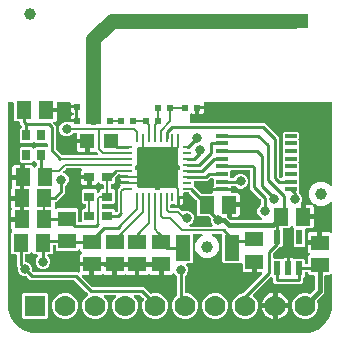
<source format=gbr>
G04 EAGLE Gerber RS-274X export*
G75*
%MOMM*%
%FSLAX34Y34*%
%LPD*%
%INTop Copper*%
%IPPOS*%
%AMOC8*
5,1,8,0,0,1.08239X$1,22.5*%
G01*
%ADD10R,1.500000X1.300000*%
%ADD11R,1.300000X1.500000*%
%ADD12C,0.350000*%
%ADD13R,0.250000X0.800000*%
%ADD14R,0.800000X0.250000*%
%ADD15R,0.600000X0.600000*%
%ADD16R,0.750000X0.900000*%
%ADD17R,1.300000X2.200000*%
%ADD18R,0.900000X0.800000*%
%ADD19R,1.200000X1.300000*%
%ADD20C,1.000000*%
%ADD21R,0.550000X1.200000*%
%ADD22R,0.990600X0.304800*%
%ADD23C,1.270000*%
%ADD24R,1.270000X1.270000*%
%ADD25R,0.500000X0.500000*%
%ADD26R,1.778000X1.778000*%
%ADD27C,1.778000*%
%ADD28C,0.203200*%
%ADD29C,0.806400*%
%ADD30C,0.254000*%
%ADD31C,0.800100*%
%ADD32C,0.406400*%

G36*
X254044Y2547D02*
X254044Y2547D01*
X254080Y2544D01*
X257497Y2813D01*
X257655Y2848D01*
X257731Y2859D01*
X264231Y4971D01*
X264486Y5096D01*
X264500Y5109D01*
X264514Y5115D01*
X270043Y9133D01*
X270247Y9330D01*
X270256Y9346D01*
X270267Y9357D01*
X274285Y14886D01*
X274418Y15137D01*
X274422Y15156D01*
X274429Y15169D01*
X276541Y21669D01*
X276569Y21829D01*
X276587Y21903D01*
X276856Y25320D01*
X276853Y25365D01*
X276859Y25400D01*
X276859Y51260D01*
X276855Y51289D01*
X276858Y51318D01*
X276835Y51429D01*
X276819Y51541D01*
X276807Y51568D01*
X276802Y51597D01*
X276749Y51697D01*
X276703Y51800D01*
X276684Y51823D01*
X276671Y51849D01*
X276593Y51931D01*
X276520Y52017D01*
X276495Y52034D01*
X276475Y52055D01*
X276377Y52112D01*
X276283Y52175D01*
X276255Y52184D01*
X276230Y52199D01*
X276120Y52227D01*
X276012Y52261D01*
X275982Y52262D01*
X275954Y52269D01*
X275841Y52265D01*
X275728Y52268D01*
X275699Y52261D01*
X275670Y52260D01*
X275562Y52225D01*
X275453Y52196D01*
X275427Y52181D01*
X275399Y52172D01*
X275335Y52127D01*
X275208Y52051D01*
X275165Y52005D01*
X275126Y51977D01*
X274540Y51391D01*
X271278Y51391D01*
X271220Y51383D01*
X271162Y51385D01*
X271080Y51363D01*
X270996Y51351D01*
X270943Y51328D01*
X270887Y51313D01*
X270814Y51270D01*
X270737Y51235D01*
X270692Y51197D01*
X270642Y51168D01*
X270584Y51106D01*
X270520Y51052D01*
X270488Y51003D01*
X270448Y50960D01*
X270409Y50885D01*
X270362Y50815D01*
X270345Y50759D01*
X270318Y50707D01*
X270307Y50639D01*
X270277Y50544D01*
X270274Y50444D01*
X270263Y50376D01*
X270263Y35914D01*
X264523Y30175D01*
X264522Y30174D01*
X264521Y30173D01*
X264433Y30054D01*
X264352Y29948D01*
X264352Y29946D01*
X264351Y29945D01*
X264300Y29811D01*
X264251Y29682D01*
X264251Y29680D01*
X264250Y29679D01*
X264239Y29534D01*
X264228Y29399D01*
X264228Y29397D01*
X264228Y29396D01*
X264231Y29380D01*
X264283Y29120D01*
X264298Y29093D01*
X264303Y29068D01*
X264923Y27573D01*
X264923Y23227D01*
X263260Y19213D01*
X260187Y16140D01*
X256173Y14477D01*
X251827Y14477D01*
X247813Y16140D01*
X244740Y19213D01*
X243077Y23227D01*
X243077Y27573D01*
X244740Y31587D01*
X247813Y34660D01*
X251827Y36323D01*
X256173Y36323D01*
X257668Y35703D01*
X257670Y35703D01*
X257671Y35702D01*
X257806Y35668D01*
X257944Y35632D01*
X257945Y35632D01*
X257947Y35632D01*
X258087Y35636D01*
X258228Y35640D01*
X258229Y35641D01*
X258231Y35641D01*
X258364Y35684D01*
X258499Y35727D01*
X258500Y35728D01*
X258501Y35728D01*
X258514Y35737D01*
X258735Y35885D01*
X258755Y35909D01*
X258775Y35923D01*
X261836Y38984D01*
X261888Y39054D01*
X261948Y39118D01*
X261974Y39167D01*
X262007Y39212D01*
X262038Y39293D01*
X262078Y39371D01*
X262086Y39419D01*
X262108Y39477D01*
X262120Y39625D01*
X262133Y39702D01*
X262133Y50376D01*
X262125Y50434D01*
X262127Y50492D01*
X262105Y50574D01*
X262093Y50658D01*
X262070Y50711D01*
X262055Y50767D01*
X262012Y50840D01*
X261977Y50917D01*
X261939Y50962D01*
X261910Y51012D01*
X261848Y51070D01*
X261794Y51134D01*
X261745Y51166D01*
X261702Y51206D01*
X261627Y51245D01*
X261557Y51292D01*
X261501Y51309D01*
X261449Y51336D01*
X261381Y51347D01*
X261286Y51377D01*
X261186Y51380D01*
X261118Y51391D01*
X257856Y51391D01*
X256665Y52582D01*
X256665Y52997D01*
X256657Y53055D01*
X256659Y53113D01*
X256637Y53195D01*
X256625Y53279D01*
X256602Y53332D01*
X256587Y53388D01*
X256544Y53461D01*
X256509Y53538D01*
X256471Y53583D01*
X256442Y53633D01*
X256380Y53691D01*
X256326Y53755D01*
X256277Y53787D01*
X256234Y53827D01*
X256159Y53866D01*
X256089Y53913D01*
X256033Y53930D01*
X255981Y53957D01*
X255913Y53968D01*
X255818Y53998D01*
X255718Y54001D01*
X255650Y54012D01*
X254962Y54012D01*
X254904Y54004D01*
X254846Y54006D01*
X254764Y53984D01*
X254680Y53972D01*
X254627Y53949D01*
X254571Y53934D01*
X254498Y53891D01*
X254421Y53856D01*
X254376Y53818D01*
X254326Y53789D01*
X254268Y53727D01*
X254204Y53673D01*
X254172Y53624D01*
X254132Y53581D01*
X254093Y53506D01*
X254046Y53436D01*
X254029Y53380D01*
X254002Y53328D01*
X253991Y53260D01*
X253961Y53165D01*
X253958Y53065D01*
X253947Y52997D01*
X253947Y50473D01*
X252520Y49046D01*
X252468Y48977D01*
X252408Y48913D01*
X252382Y48863D01*
X252349Y48819D01*
X252318Y48737D01*
X252278Y48660D01*
X252270Y48612D01*
X252248Y48554D01*
X252236Y48406D01*
X252223Y48328D01*
X252223Y45622D01*
X250288Y43687D01*
X232001Y43687D01*
X231914Y43675D01*
X231827Y43672D01*
X231774Y43655D01*
X231719Y43647D01*
X231701Y43639D01*
X228796Y43639D01*
X226861Y45574D01*
X226861Y48572D01*
X226849Y48659D01*
X226846Y48747D01*
X226829Y48799D01*
X226821Y48854D01*
X226786Y48934D01*
X226759Y49017D01*
X226731Y49056D01*
X226705Y49113D01*
X226609Y49227D01*
X226564Y49290D01*
X226070Y49784D01*
X226024Y49819D01*
X225983Y49861D01*
X225910Y49904D01*
X225843Y49955D01*
X225789Y49976D01*
X225738Y50005D01*
X225656Y50026D01*
X225578Y50056D01*
X225519Y50061D01*
X225463Y50075D01*
X225378Y50073D01*
X225294Y50080D01*
X225237Y50068D01*
X225178Y50066D01*
X225098Y50040D01*
X225016Y50024D01*
X224964Y49997D01*
X224908Y49979D01*
X224852Y49939D01*
X224763Y49893D01*
X224691Y49824D01*
X224635Y49784D01*
X210167Y35316D01*
X210132Y35269D01*
X210089Y35229D01*
X210047Y35156D01*
X209996Y35089D01*
X209975Y35034D01*
X209946Y34984D01*
X209925Y34902D01*
X209895Y34823D01*
X209890Y34765D01*
X209875Y34708D01*
X209878Y34624D01*
X209871Y34540D01*
X209883Y34483D01*
X209884Y34424D01*
X209910Y34344D01*
X209927Y34261D01*
X209954Y34209D01*
X209972Y34154D01*
X210012Y34097D01*
X210058Y34009D01*
X210127Y33936D01*
X210167Y33880D01*
X212460Y31587D01*
X214123Y27573D01*
X214123Y23227D01*
X212460Y19213D01*
X209387Y16140D01*
X205373Y14477D01*
X201027Y14477D01*
X197013Y16140D01*
X193940Y19213D01*
X192277Y23227D01*
X192277Y27573D01*
X193940Y31587D01*
X197013Y34660D01*
X201027Y36323D01*
X201411Y36323D01*
X201498Y36335D01*
X201585Y36338D01*
X201638Y36355D01*
X201693Y36363D01*
X201773Y36398D01*
X201856Y36425D01*
X201895Y36453D01*
X201952Y36479D01*
X202066Y36575D01*
X202129Y36620D01*
X217619Y52110D01*
X217637Y52134D01*
X217659Y52153D01*
X217722Y52247D01*
X217790Y52337D01*
X217801Y52365D01*
X217817Y52389D01*
X217851Y52497D01*
X217891Y52603D01*
X217894Y52632D01*
X217903Y52660D01*
X217906Y52774D01*
X217915Y52886D01*
X217909Y52915D01*
X217910Y52944D01*
X217881Y53054D01*
X217859Y53165D01*
X217846Y53191D01*
X217838Y53219D01*
X217780Y53317D01*
X217728Y53417D01*
X217708Y53439D01*
X217693Y53464D01*
X217611Y53541D01*
X217532Y53623D01*
X217507Y53638D01*
X217486Y53658D01*
X217385Y53710D01*
X217287Y53767D01*
X217259Y53774D01*
X217233Y53788D01*
X217155Y53801D01*
X217012Y53837D01*
X216949Y53835D01*
X216901Y53843D01*
X213113Y53843D01*
X213113Y61868D01*
X213105Y61926D01*
X213106Y61984D01*
X213085Y62066D01*
X213073Y62149D01*
X213049Y62203D01*
X213035Y62259D01*
X212992Y62332D01*
X212957Y62409D01*
X212919Y62453D01*
X212889Y62504D01*
X212828Y62561D01*
X212773Y62626D01*
X212725Y62658D01*
X212682Y62698D01*
X212607Y62737D01*
X212537Y62783D01*
X212481Y62801D01*
X212429Y62828D01*
X212361Y62839D01*
X212266Y62869D01*
X212166Y62872D01*
X212098Y62883D01*
X210066Y62883D01*
X210008Y62875D01*
X209950Y62876D01*
X209868Y62855D01*
X209785Y62843D01*
X209731Y62819D01*
X209675Y62805D01*
X209602Y62762D01*
X209525Y62727D01*
X209480Y62689D01*
X209430Y62659D01*
X209372Y62598D01*
X209308Y62543D01*
X209276Y62495D01*
X209236Y62452D01*
X209197Y62377D01*
X209151Y62307D01*
X209133Y62251D01*
X209106Y62199D01*
X209095Y62131D01*
X209065Y62036D01*
X209062Y61936D01*
X209051Y61868D01*
X209051Y53843D01*
X203248Y53843D01*
X202601Y54016D01*
X202022Y54351D01*
X201549Y54824D01*
X201214Y55403D01*
X201041Y56050D01*
X201041Y60396D01*
X201033Y60454D01*
X201035Y60512D01*
X201013Y60594D01*
X201001Y60678D01*
X200978Y60731D01*
X200963Y60787D01*
X200920Y60860D01*
X200885Y60937D01*
X200847Y60982D01*
X200818Y61032D01*
X200756Y61090D01*
X200702Y61154D01*
X200653Y61186D01*
X200610Y61226D01*
X200535Y61265D01*
X200465Y61312D01*
X200409Y61329D01*
X200357Y61356D01*
X200289Y61367D01*
X200194Y61397D01*
X200094Y61400D01*
X200026Y61411D01*
X185148Y61411D01*
X183957Y62602D01*
X183957Y85416D01*
X183949Y85474D01*
X183951Y85532D01*
X183929Y85614D01*
X183917Y85698D01*
X183894Y85751D01*
X183879Y85807D01*
X183836Y85880D01*
X183801Y85957D01*
X183763Y86002D01*
X183734Y86052D01*
X183672Y86110D01*
X183618Y86174D01*
X183569Y86206D01*
X183526Y86246D01*
X183451Y86285D01*
X183381Y86332D01*
X183325Y86349D01*
X183273Y86376D01*
X183205Y86387D01*
X183110Y86417D01*
X183010Y86420D01*
X182942Y86431D01*
X176005Y86431D01*
X175986Y86429D01*
X175967Y86431D01*
X175845Y86409D01*
X175724Y86391D01*
X175706Y86383D01*
X175687Y86380D01*
X175576Y86325D01*
X175464Y86275D01*
X175450Y86263D01*
X175432Y86254D01*
X175341Y86171D01*
X175247Y86092D01*
X175237Y86075D01*
X175222Y86062D01*
X175158Y85957D01*
X175090Y85855D01*
X175084Y85836D01*
X175074Y85820D01*
X175041Y85701D01*
X175004Y85584D01*
X175004Y85564D01*
X174998Y85545D01*
X175000Y85423D01*
X174997Y85300D01*
X175002Y85281D01*
X175002Y85261D01*
X175038Y85143D01*
X175069Y85025D01*
X175079Y85008D01*
X175084Y84989D01*
X175151Y84886D01*
X175214Y84780D01*
X175228Y84767D01*
X175239Y84750D01*
X175296Y84704D01*
X175421Y84586D01*
X175467Y84562D01*
X175498Y84537D01*
X178421Y82849D01*
X181101Y78208D01*
X181101Y72848D01*
X178421Y68207D01*
X173780Y65527D01*
X168420Y65527D01*
X163779Y68207D01*
X161099Y72848D01*
X161099Y78208D01*
X163779Y82849D01*
X166702Y84537D01*
X166718Y84549D01*
X166736Y84557D01*
X166829Y84636D01*
X166926Y84712D01*
X166938Y84728D01*
X166953Y84741D01*
X167021Y84843D01*
X167093Y84942D01*
X167099Y84961D01*
X167110Y84977D01*
X167147Y85094D01*
X167189Y85210D01*
X167190Y85230D01*
X167196Y85248D01*
X167199Y85371D01*
X167207Y85494D01*
X167203Y85513D01*
X167203Y85532D01*
X167172Y85651D01*
X167146Y85771D01*
X167136Y85789D01*
X167131Y85807D01*
X167069Y85913D01*
X167010Y86021D01*
X166996Y86035D01*
X166986Y86052D01*
X166896Y86136D01*
X166810Y86223D01*
X166793Y86233D01*
X166779Y86246D01*
X166669Y86302D01*
X166562Y86362D01*
X166543Y86367D01*
X166526Y86376D01*
X166453Y86388D01*
X166285Y86427D01*
X166234Y86425D01*
X166195Y86431D01*
X160038Y86431D01*
X159980Y86423D01*
X159922Y86425D01*
X159840Y86403D01*
X159756Y86391D01*
X159703Y86368D01*
X159647Y86353D01*
X159574Y86310D01*
X159497Y86275D01*
X159452Y86237D01*
X159402Y86208D01*
X159344Y86146D01*
X159280Y86092D01*
X159248Y86043D01*
X159208Y86000D01*
X159169Y85925D01*
X159122Y85855D01*
X159105Y85799D01*
X159078Y85747D01*
X159067Y85679D01*
X159037Y85584D01*
X159034Y85484D01*
X159023Y85416D01*
X159023Y62602D01*
X157832Y61411D01*
X154042Y61411D01*
X154013Y61407D01*
X153984Y61410D01*
X153873Y61387D01*
X153761Y61371D01*
X153734Y61359D01*
X153705Y61354D01*
X153604Y61301D01*
X153501Y61255D01*
X153479Y61236D01*
X153453Y61223D01*
X153371Y61145D01*
X153284Y61072D01*
X153268Y61047D01*
X153247Y61027D01*
X153189Y60929D01*
X153127Y60835D01*
X153118Y60807D01*
X153103Y60782D01*
X153075Y60672D01*
X153041Y60564D01*
X153040Y60534D01*
X153033Y60506D01*
X153036Y60393D01*
X153033Y60280D01*
X153041Y60251D01*
X153042Y60222D01*
X153077Y60114D01*
X153105Y60005D01*
X153120Y59979D01*
X153129Y59951D01*
X153175Y59887D01*
X153251Y59760D01*
X153296Y59717D01*
X153324Y59678D01*
X153705Y59298D01*
X154623Y57080D01*
X154623Y54680D01*
X153705Y52462D01*
X152190Y50948D01*
X152181Y50936D01*
X152178Y50933D01*
X152167Y50918D01*
X152138Y50878D01*
X152078Y50814D01*
X152052Y50765D01*
X152019Y50721D01*
X151988Y50639D01*
X151948Y50561D01*
X151940Y50513D01*
X151918Y50455D01*
X151906Y50307D01*
X151893Y50230D01*
X151893Y37338D01*
X151901Y37280D01*
X151899Y37222D01*
X151921Y37140D01*
X151933Y37056D01*
X151956Y37003D01*
X151971Y36947D01*
X152014Y36874D01*
X152049Y36797D01*
X152087Y36752D01*
X152116Y36702D01*
X152178Y36644D01*
X152232Y36580D01*
X152281Y36548D01*
X152324Y36508D01*
X152399Y36469D01*
X152469Y36422D01*
X152525Y36405D01*
X152577Y36378D01*
X152645Y36367D01*
X152740Y36337D01*
X152840Y36334D01*
X152908Y36323D01*
X154573Y36323D01*
X158587Y34660D01*
X161660Y31587D01*
X163323Y27573D01*
X163323Y23227D01*
X161660Y19213D01*
X158587Y16140D01*
X154573Y14477D01*
X150227Y14477D01*
X146213Y16140D01*
X143140Y19213D01*
X141477Y23227D01*
X141477Y27573D01*
X143140Y31587D01*
X144990Y33437D01*
X145042Y33507D01*
X145102Y33571D01*
X145128Y33620D01*
X145161Y33664D01*
X145192Y33746D01*
X145232Y33824D01*
X145240Y33871D01*
X145262Y33930D01*
X145274Y34078D01*
X145287Y34155D01*
X145287Y50230D01*
X145275Y50317D01*
X145272Y50404D01*
X145255Y50457D01*
X145247Y50511D01*
X145212Y50591D01*
X145185Y50674D01*
X145157Y50714D01*
X145131Y50771D01*
X145056Y50860D01*
X145036Y50893D01*
X145014Y50914D01*
X144990Y50948D01*
X143449Y52489D01*
X143448Y52491D01*
X143401Y52585D01*
X143376Y52613D01*
X143357Y52645D01*
X143280Y52717D01*
X143209Y52795D01*
X143177Y52814D01*
X143150Y52840D01*
X143056Y52888D01*
X142967Y52943D01*
X142931Y52953D01*
X142897Y52970D01*
X142794Y52991D01*
X142692Y53019D01*
X142655Y53018D01*
X142618Y53026D01*
X142513Y53016D01*
X142408Y53015D01*
X142372Y53004D01*
X142335Y53001D01*
X142237Y52963D01*
X142136Y52933D01*
X142105Y52913D01*
X142070Y52899D01*
X141986Y52836D01*
X141897Y52778D01*
X141876Y52753D01*
X141843Y52728D01*
X141723Y52566D01*
X141684Y52519D01*
X141661Y52480D01*
X141188Y52007D01*
X140609Y51672D01*
X139962Y51499D01*
X134159Y51499D01*
X134159Y59524D01*
X134151Y59582D01*
X134152Y59640D01*
X134131Y59722D01*
X134119Y59805D01*
X134095Y59859D01*
X134081Y59915D01*
X134038Y59988D01*
X134003Y60065D01*
X133965Y60109D01*
X133935Y60160D01*
X133874Y60217D01*
X133819Y60282D01*
X133771Y60314D01*
X133728Y60354D01*
X133653Y60393D01*
X133583Y60439D01*
X133527Y60457D01*
X133475Y60484D01*
X133407Y60495D01*
X133312Y60525D01*
X133212Y60528D01*
X133144Y60539D01*
X132127Y60539D01*
X132127Y61556D01*
X132119Y61614D01*
X132120Y61672D01*
X132099Y61754D01*
X132087Y61837D01*
X132063Y61891D01*
X132049Y61947D01*
X132006Y62020D01*
X131971Y62097D01*
X131933Y62141D01*
X131903Y62192D01*
X131842Y62249D01*
X131787Y62314D01*
X131739Y62346D01*
X131696Y62386D01*
X131621Y62425D01*
X131551Y62471D01*
X131495Y62489D01*
X131443Y62516D01*
X131375Y62527D01*
X131280Y62557D01*
X131180Y62560D01*
X131112Y62571D01*
X122666Y62571D01*
X122608Y62563D01*
X122550Y62564D01*
X122468Y62543D01*
X122440Y62539D01*
X112626Y62539D01*
X112568Y62531D01*
X112510Y62532D01*
X112428Y62511D01*
X112345Y62499D01*
X112291Y62475D01*
X112235Y62461D01*
X112162Y62418D01*
X112085Y62383D01*
X112041Y62345D01*
X111990Y62315D01*
X111933Y62254D01*
X111868Y62199D01*
X111836Y62151D01*
X111796Y62108D01*
X111757Y62033D01*
X111711Y61963D01*
X111693Y61907D01*
X111666Y61855D01*
X111655Y61787D01*
X111625Y61692D01*
X111622Y61592D01*
X111611Y61524D01*
X111611Y60507D01*
X111609Y60507D01*
X111609Y61524D01*
X111601Y61582D01*
X111602Y61640D01*
X111581Y61722D01*
X111569Y61805D01*
X111545Y61859D01*
X111531Y61915D01*
X111488Y61988D01*
X111453Y62065D01*
X111415Y62109D01*
X111385Y62160D01*
X111324Y62217D01*
X111269Y62282D01*
X111221Y62314D01*
X111178Y62354D01*
X111103Y62393D01*
X111033Y62439D01*
X110977Y62457D01*
X110925Y62484D01*
X110857Y62495D01*
X110762Y62525D01*
X110662Y62528D01*
X110594Y62539D01*
X93656Y62539D01*
X93598Y62531D01*
X93540Y62532D01*
X93458Y62511D01*
X93375Y62499D01*
X93321Y62475D01*
X93265Y62461D01*
X93192Y62418D01*
X93115Y62383D01*
X93071Y62345D01*
X93020Y62315D01*
X92963Y62254D01*
X92898Y62199D01*
X92866Y62151D01*
X92826Y62108D01*
X92787Y62033D01*
X92741Y61963D01*
X92723Y61907D01*
X92696Y61855D01*
X92685Y61787D01*
X92655Y61692D01*
X92652Y61592D01*
X92641Y61524D01*
X92641Y60507D01*
X92639Y60507D01*
X92639Y61524D01*
X92631Y61582D01*
X92632Y61640D01*
X92611Y61722D01*
X92599Y61805D01*
X92575Y61859D01*
X92561Y61915D01*
X92518Y61988D01*
X92483Y62065D01*
X92445Y62109D01*
X92415Y62160D01*
X92354Y62217D01*
X92299Y62282D01*
X92251Y62314D01*
X92208Y62354D01*
X92133Y62393D01*
X92063Y62439D01*
X92007Y62457D01*
X91955Y62484D01*
X91887Y62495D01*
X91792Y62525D01*
X91692Y62528D01*
X91624Y62539D01*
X82265Y62539D01*
X82260Y62546D01*
X82211Y62578D01*
X82168Y62618D01*
X82093Y62657D01*
X82023Y62703D01*
X81967Y62721D01*
X81915Y62748D01*
X81847Y62759D01*
X81752Y62789D01*
X81652Y62792D01*
X81584Y62803D01*
X74276Y62803D01*
X74218Y62795D01*
X74160Y62796D01*
X74078Y62775D01*
X73995Y62763D01*
X73941Y62739D01*
X73885Y62725D01*
X73812Y62682D01*
X73735Y62647D01*
X73691Y62609D01*
X73640Y62579D01*
X73583Y62518D01*
X73518Y62463D01*
X73486Y62415D01*
X73446Y62372D01*
X73407Y62297D01*
X73361Y62227D01*
X73343Y62171D01*
X73316Y62119D01*
X73305Y62051D01*
X73275Y61956D01*
X73272Y61856D01*
X73261Y61788D01*
X73261Y60771D01*
X73259Y60771D01*
X73259Y61788D01*
X73251Y61846D01*
X73252Y61904D01*
X73231Y61986D01*
X73219Y62069D01*
X73195Y62123D01*
X73181Y62179D01*
X73138Y62252D01*
X73103Y62329D01*
X73065Y62373D01*
X73035Y62424D01*
X72974Y62481D01*
X72919Y62546D01*
X72871Y62578D01*
X72828Y62618D01*
X72753Y62657D01*
X72683Y62703D01*
X72627Y62721D01*
X72575Y62748D01*
X72507Y62759D01*
X72412Y62789D01*
X72312Y62792D01*
X72244Y62803D01*
X63219Y62803D01*
X63219Y67606D01*
X63392Y68253D01*
X63727Y68832D01*
X64200Y69305D01*
X64736Y69614D01*
X64774Y69644D01*
X64817Y69667D01*
X64886Y69732D01*
X64959Y69790D01*
X64988Y69829D01*
X65023Y69863D01*
X65071Y69944D01*
X65126Y70020D01*
X65143Y70066D01*
X65167Y70108D01*
X65190Y70199D01*
X65222Y70287D01*
X65225Y70336D01*
X65237Y70383D01*
X65234Y70477D01*
X65240Y70571D01*
X65230Y70619D01*
X65228Y70668D01*
X65199Y70757D01*
X65179Y70849D01*
X65156Y70892D01*
X65141Y70938D01*
X65098Y70999D01*
X65043Y71099D01*
X64982Y71160D01*
X64946Y71211D01*
X63697Y72461D01*
X63687Y72525D01*
X63675Y72552D01*
X63670Y72581D01*
X63617Y72681D01*
X63571Y72784D01*
X63552Y72807D01*
X63539Y72833D01*
X63461Y72915D01*
X63388Y73001D01*
X63363Y73018D01*
X63343Y73039D01*
X63245Y73096D01*
X63151Y73159D01*
X63123Y73168D01*
X63098Y73183D01*
X62988Y73211D01*
X62880Y73245D01*
X62850Y73246D01*
X62822Y73253D01*
X62709Y73249D01*
X62596Y73252D01*
X62567Y73245D01*
X62538Y73244D01*
X62430Y73209D01*
X62321Y73180D01*
X62295Y73165D01*
X62267Y73156D01*
X62203Y73111D01*
X62076Y73035D01*
X62033Y72989D01*
X61994Y72961D01*
X60850Y71817D01*
X44166Y71817D01*
X42975Y73008D01*
X42975Y76032D01*
X42967Y76090D01*
X42969Y76148D01*
X42947Y76230D01*
X42935Y76314D01*
X42912Y76367D01*
X42897Y76423D01*
X42854Y76496D01*
X42819Y76573D01*
X42781Y76618D01*
X42752Y76668D01*
X42690Y76726D01*
X42636Y76790D01*
X42587Y76822D01*
X42544Y76862D01*
X42469Y76901D01*
X42399Y76948D01*
X42343Y76965D01*
X42291Y76992D01*
X42223Y77003D01*
X42128Y77033D01*
X42028Y77036D01*
X41960Y77047D01*
X41748Y77047D01*
X41690Y77039D01*
X41632Y77041D01*
X41550Y77019D01*
X41466Y77007D01*
X41413Y76984D01*
X41357Y76969D01*
X41284Y76926D01*
X41207Y76891D01*
X41162Y76853D01*
X41112Y76824D01*
X41054Y76762D01*
X40990Y76708D01*
X40958Y76659D01*
X40918Y76616D01*
X40879Y76541D01*
X40832Y76471D01*
X40815Y76415D01*
X40788Y76363D01*
X40777Y76295D01*
X40747Y76200D01*
X40744Y76100D01*
X40733Y76032D01*
X40733Y70198D01*
X39542Y69007D01*
X36851Y69007D01*
X36821Y69003D01*
X36792Y69006D01*
X36681Y68983D01*
X36569Y68967D01*
X36542Y68955D01*
X36514Y68950D01*
X36413Y68897D01*
X36310Y68851D01*
X36287Y68832D01*
X36261Y68819D01*
X36179Y68741D01*
X36093Y68668D01*
X36076Y68643D01*
X36055Y68623D01*
X35998Y68525D01*
X35935Y68431D01*
X35926Y68403D01*
X35911Y68378D01*
X35883Y68268D01*
X35849Y68160D01*
X35849Y68130D01*
X35841Y68102D01*
X35845Y67989D01*
X35842Y67876D01*
X35849Y67847D01*
X35850Y67818D01*
X35885Y67710D01*
X35914Y67601D01*
X35929Y67575D01*
X35938Y67547D01*
X35983Y67483D01*
X36059Y67356D01*
X36105Y67313D01*
X36133Y67274D01*
X37031Y66375D01*
X37955Y64146D01*
X37955Y61734D01*
X37031Y59505D01*
X35325Y57799D01*
X33096Y56875D01*
X30684Y56875D01*
X28455Y57799D01*
X26749Y59505D01*
X25825Y61734D01*
X25825Y64146D01*
X26749Y66375D01*
X27647Y67274D01*
X27665Y67298D01*
X27687Y67317D01*
X27750Y67411D01*
X27818Y67501D01*
X27829Y67529D01*
X27845Y67553D01*
X27879Y67661D01*
X27919Y67767D01*
X27922Y67796D01*
X27931Y67824D01*
X27934Y67938D01*
X27943Y68050D01*
X27937Y68079D01*
X27938Y68108D01*
X27909Y68218D01*
X27887Y68329D01*
X27874Y68355D01*
X27866Y68383D01*
X27809Y68481D01*
X27756Y68581D01*
X27736Y68603D01*
X27721Y68628D01*
X27638Y68705D01*
X27560Y68787D01*
X27535Y68802D01*
X27514Y68822D01*
X27413Y68874D01*
X27315Y68931D01*
X27287Y68938D01*
X27261Y68952D01*
X27183Y68965D01*
X27040Y69001D01*
X26977Y68999D01*
X26929Y69007D01*
X24858Y69007D01*
X23418Y70447D01*
X23371Y70482D01*
X23331Y70525D01*
X23258Y70568D01*
X23191Y70618D01*
X23136Y70639D01*
X23086Y70669D01*
X23004Y70689D01*
X22925Y70720D01*
X22867Y70724D01*
X22810Y70739D01*
X22726Y70736D01*
X22642Y70743D01*
X22584Y70732D01*
X22526Y70730D01*
X22446Y70704D01*
X22363Y70687D01*
X22311Y70660D01*
X22255Y70642D01*
X22199Y70602D01*
X22111Y70556D01*
X22038Y70488D01*
X21982Y70447D01*
X20542Y69007D01*
X17518Y69007D01*
X17460Y68999D01*
X17402Y69001D01*
X17320Y68979D01*
X17236Y68967D01*
X17183Y68944D01*
X17127Y68929D01*
X17054Y68886D01*
X16977Y68851D01*
X16932Y68813D01*
X16882Y68784D01*
X16824Y68722D01*
X16760Y68668D01*
X16728Y68619D01*
X16688Y68576D01*
X16649Y68501D01*
X16602Y68431D01*
X16585Y68375D01*
X16558Y68323D01*
X16547Y68255D01*
X16517Y68160D01*
X16514Y68060D01*
X16503Y67992D01*
X16503Y63640D01*
X16511Y63582D01*
X16509Y63524D01*
X16531Y63442D01*
X16543Y63358D01*
X16566Y63305D01*
X16581Y63249D01*
X16624Y63176D01*
X16659Y63099D01*
X16697Y63054D01*
X16726Y63004D01*
X16788Y62946D01*
X16842Y62882D01*
X16891Y62850D01*
X16934Y62810D01*
X17009Y62771D01*
X17079Y62724D01*
X17135Y62707D01*
X17187Y62680D01*
X17255Y62669D01*
X17350Y62639D01*
X17450Y62636D01*
X17518Y62625D01*
X17856Y62625D01*
X20085Y61701D01*
X21791Y59995D01*
X22715Y57766D01*
X22715Y55587D01*
X22727Y55500D01*
X22730Y55413D01*
X22747Y55360D01*
X22755Y55305D01*
X22790Y55225D01*
X22817Y55142D01*
X22845Y55103D01*
X22871Y55046D01*
X22967Y54932D01*
X23012Y54869D01*
X23481Y54400D01*
X23550Y54348D01*
X23614Y54288D01*
X23664Y54262D01*
X23708Y54229D01*
X23790Y54198D01*
X23868Y54158D01*
X23915Y54150D01*
X23974Y54128D01*
X24121Y54116D01*
X24199Y54103D01*
X61058Y54103D01*
X61486Y53675D01*
X61510Y53657D01*
X61529Y53635D01*
X61623Y53572D01*
X61713Y53504D01*
X61741Y53493D01*
X61765Y53477D01*
X61873Y53443D01*
X61979Y53403D01*
X62008Y53400D01*
X62036Y53391D01*
X62150Y53388D01*
X62262Y53379D01*
X62291Y53385D01*
X62320Y53384D01*
X62430Y53413D01*
X62541Y53435D01*
X62567Y53448D01*
X62595Y53456D01*
X62693Y53513D01*
X62793Y53566D01*
X62815Y53586D01*
X62840Y53601D01*
X62917Y53684D01*
X62999Y53762D01*
X63014Y53787D01*
X63034Y53808D01*
X63086Y53909D01*
X63143Y54007D01*
X63150Y54035D01*
X63164Y54061D01*
X63177Y54139D01*
X63213Y54282D01*
X63211Y54345D01*
X63219Y54393D01*
X63219Y58741D01*
X71229Y58741D01*
X71229Y51731D01*
X65881Y51731D01*
X65851Y51727D01*
X65822Y51730D01*
X65711Y51707D01*
X65599Y51691D01*
X65572Y51679D01*
X65544Y51674D01*
X65443Y51622D01*
X65340Y51575D01*
X65317Y51556D01*
X65291Y51543D01*
X65209Y51465D01*
X65123Y51392D01*
X65106Y51367D01*
X65085Y51347D01*
X65028Y51249D01*
X64965Y51155D01*
X64956Y51127D01*
X64941Y51102D01*
X64913Y50992D01*
X64879Y50884D01*
X64878Y50854D01*
X64871Y50826D01*
X64875Y50713D01*
X64872Y50600D01*
X64879Y50571D01*
X64880Y50542D01*
X64915Y50434D01*
X64944Y50325D01*
X64959Y50299D01*
X64968Y50271D01*
X65013Y50208D01*
X65089Y50080D01*
X65135Y50037D01*
X65163Y49998D01*
X73461Y41700D01*
X73531Y41648D01*
X73594Y41588D01*
X73644Y41562D01*
X73688Y41529D01*
X73770Y41498D01*
X73848Y41458D01*
X73895Y41450D01*
X73954Y41428D01*
X74101Y41416D01*
X74179Y41403D01*
X116938Y41403D01*
X122361Y35980D01*
X122362Y35979D01*
X122363Y35977D01*
X122483Y35888D01*
X122588Y35809D01*
X122590Y35808D01*
X122591Y35807D01*
X122725Y35757D01*
X122854Y35707D01*
X122856Y35707D01*
X122857Y35707D01*
X123002Y35695D01*
X123137Y35684D01*
X123139Y35684D01*
X123140Y35684D01*
X123156Y35688D01*
X123416Y35740D01*
X123443Y35754D01*
X123468Y35760D01*
X124827Y36323D01*
X129173Y36323D01*
X133187Y34660D01*
X136260Y31587D01*
X137923Y27573D01*
X137923Y23227D01*
X136260Y19213D01*
X133187Y16140D01*
X129173Y14477D01*
X124827Y14477D01*
X120813Y16140D01*
X117740Y19213D01*
X116077Y23227D01*
X116077Y27573D01*
X117384Y30728D01*
X117385Y30730D01*
X117386Y30731D01*
X117420Y30866D01*
X117455Y31004D01*
X117455Y31005D01*
X117456Y31007D01*
X117451Y31147D01*
X117447Y31288D01*
X117447Y31289D01*
X117447Y31291D01*
X117404Y31424D01*
X117361Y31559D01*
X117360Y31560D01*
X117359Y31562D01*
X117351Y31574D01*
X117202Y31795D01*
X117179Y31815D01*
X117164Y31835D01*
X114499Y34500D01*
X114429Y34552D01*
X114366Y34612D01*
X114316Y34638D01*
X114272Y34671D01*
X114190Y34702D01*
X114112Y34742D01*
X114065Y34750D01*
X114006Y34772D01*
X113859Y34784D01*
X113781Y34797D01*
X110101Y34797D01*
X110072Y34793D01*
X110043Y34796D01*
X109931Y34773D01*
X109819Y34757D01*
X109793Y34745D01*
X109764Y34740D01*
X109663Y34687D01*
X109560Y34641D01*
X109538Y34622D01*
X109511Y34609D01*
X109429Y34531D01*
X109343Y34458D01*
X109327Y34433D01*
X109305Y34413D01*
X109248Y34315D01*
X109185Y34221D01*
X109176Y34193D01*
X109162Y34168D01*
X109134Y34058D01*
X109100Y33950D01*
X109099Y33920D01*
X109092Y33892D01*
X109095Y33779D01*
X109092Y33666D01*
X109100Y33637D01*
X109101Y33608D01*
X109136Y33500D01*
X109164Y33391D01*
X109179Y33365D01*
X109188Y33337D01*
X109234Y33273D01*
X109309Y33146D01*
X109355Y33103D01*
X109383Y33064D01*
X110860Y31587D01*
X112523Y27573D01*
X112523Y23227D01*
X110860Y19213D01*
X107787Y16140D01*
X103773Y14477D01*
X99427Y14477D01*
X95413Y16140D01*
X92340Y19213D01*
X90677Y23227D01*
X90677Y27573D01*
X92340Y31587D01*
X93817Y33064D01*
X93835Y33088D01*
X93857Y33107D01*
X93920Y33201D01*
X93988Y33291D01*
X93998Y33319D01*
X94015Y33343D01*
X94049Y33451D01*
X94089Y33557D01*
X94092Y33586D01*
X94100Y33614D01*
X94103Y33728D01*
X94113Y33840D01*
X94107Y33869D01*
X94108Y33898D01*
X94079Y34008D01*
X94057Y34119D01*
X94043Y34145D01*
X94036Y34173D01*
X93978Y34271D01*
X93926Y34371D01*
X93906Y34393D01*
X93891Y34418D01*
X93808Y34495D01*
X93730Y34577D01*
X93705Y34592D01*
X93683Y34612D01*
X93583Y34664D01*
X93485Y34721D01*
X93456Y34728D01*
X93430Y34742D01*
X93353Y34755D01*
X93209Y34791D01*
X93147Y34789D01*
X93099Y34797D01*
X84701Y34797D01*
X84672Y34793D01*
X84643Y34796D01*
X84531Y34773D01*
X84419Y34757D01*
X84393Y34745D01*
X84364Y34740D01*
X84263Y34687D01*
X84160Y34641D01*
X84138Y34622D01*
X84111Y34609D01*
X84029Y34531D01*
X83943Y34458D01*
X83927Y34433D01*
X83905Y34413D01*
X83848Y34315D01*
X83785Y34221D01*
X83776Y34193D01*
X83762Y34168D01*
X83734Y34058D01*
X83700Y33950D01*
X83699Y33920D01*
X83692Y33892D01*
X83695Y33779D01*
X83692Y33666D01*
X83700Y33637D01*
X83701Y33608D01*
X83736Y33500D01*
X83764Y33391D01*
X83779Y33365D01*
X83788Y33337D01*
X83834Y33273D01*
X83909Y33146D01*
X83955Y33103D01*
X83983Y33064D01*
X85460Y31587D01*
X87123Y27573D01*
X87123Y23227D01*
X85460Y19213D01*
X82387Y16140D01*
X78373Y14477D01*
X74027Y14477D01*
X70013Y16140D01*
X66940Y19213D01*
X65277Y23227D01*
X65277Y27573D01*
X66940Y31587D01*
X69868Y34515D01*
X69903Y34562D01*
X69946Y34602D01*
X69988Y34675D01*
X70039Y34742D01*
X70060Y34797D01*
X70089Y34848D01*
X70110Y34929D01*
X70140Y35008D01*
X70145Y35066D01*
X70160Y35123D01*
X70157Y35207D01*
X70164Y35291D01*
X70152Y35349D01*
X70151Y35407D01*
X70125Y35488D01*
X70108Y35570D01*
X70081Y35622D01*
X70063Y35678D01*
X70023Y35734D01*
X69977Y35822D01*
X69908Y35895D01*
X69868Y35951D01*
X68790Y37029D01*
X58619Y47200D01*
X58550Y47252D01*
X58486Y47312D01*
X58436Y47338D01*
X58392Y47371D01*
X58310Y47402D01*
X58232Y47442D01*
X58185Y47450D01*
X58126Y47472D01*
X57979Y47484D01*
X57901Y47497D01*
X21042Y47497D01*
X18341Y50198D01*
X18272Y50250D01*
X18208Y50310D01*
X18158Y50336D01*
X18114Y50369D01*
X18032Y50400D01*
X17954Y50440D01*
X17907Y50448D01*
X17848Y50470D01*
X17701Y50482D01*
X17623Y50495D01*
X15444Y50495D01*
X13215Y51419D01*
X11509Y53125D01*
X10585Y55354D01*
X10585Y57533D01*
X10573Y57620D01*
X10570Y57707D01*
X10553Y57760D01*
X10545Y57815D01*
X10510Y57895D01*
X10483Y57978D01*
X10455Y58017D01*
X10429Y58074D01*
X10333Y58188D01*
X10288Y58251D01*
X9897Y58642D01*
X9897Y67992D01*
X9889Y68050D01*
X9891Y68108D01*
X9869Y68190D01*
X9857Y68274D01*
X9834Y68327D01*
X9819Y68383D01*
X9776Y68456D01*
X9741Y68533D01*
X9703Y68578D01*
X9674Y68628D01*
X9612Y68686D01*
X9558Y68750D01*
X9509Y68782D01*
X9466Y68822D01*
X9391Y68861D01*
X9321Y68908D01*
X9265Y68925D01*
X9213Y68952D01*
X9145Y68963D01*
X9050Y68993D01*
X8950Y68996D01*
X8882Y69007D01*
X5858Y69007D01*
X4667Y70198D01*
X4667Y86882D01*
X5939Y88154D01*
X5974Y88201D01*
X6017Y88241D01*
X6059Y88314D01*
X6110Y88381D01*
X6131Y88436D01*
X6161Y88486D01*
X6181Y88568D01*
X6211Y88647D01*
X6216Y88705D01*
X6231Y88762D01*
X6228Y88846D01*
X6235Y88930D01*
X6223Y88987D01*
X6222Y89046D01*
X6196Y89126D01*
X6179Y89209D01*
X6152Y89261D01*
X6134Y89316D01*
X6094Y89373D01*
X6048Y89461D01*
X5979Y89534D01*
X5939Y89590D01*
X5777Y89752D01*
X5442Y90331D01*
X5269Y90978D01*
X5269Y96781D01*
X13294Y96781D01*
X13352Y96789D01*
X13410Y96787D01*
X13492Y96809D01*
X13575Y96821D01*
X13629Y96845D01*
X13685Y96859D01*
X13758Y96902D01*
X13835Y96937D01*
X13879Y96975D01*
X13930Y97005D01*
X13987Y97066D01*
X14052Y97121D01*
X14084Y97169D01*
X14124Y97212D01*
X14163Y97287D01*
X14209Y97357D01*
X14227Y97413D01*
X14254Y97465D01*
X14265Y97533D01*
X14295Y97628D01*
X14298Y97728D01*
X14309Y97796D01*
X14309Y98813D01*
X15326Y98813D01*
X15384Y98821D01*
X15442Y98820D01*
X15524Y98841D01*
X15607Y98853D01*
X15661Y98877D01*
X15717Y98891D01*
X15790Y98934D01*
X15867Y98969D01*
X15911Y99007D01*
X15962Y99037D01*
X16019Y99098D01*
X16084Y99153D01*
X16116Y99201D01*
X16156Y99244D01*
X16195Y99319D01*
X16241Y99389D01*
X16259Y99445D01*
X16286Y99497D01*
X16297Y99565D01*
X16327Y99660D01*
X16330Y99760D01*
X16341Y99828D01*
X16341Y115496D01*
X16333Y115554D01*
X16334Y115612D01*
X16313Y115694D01*
X16301Y115777D01*
X16277Y115831D01*
X16263Y115887D01*
X16220Y115960D01*
X16185Y116037D01*
X16147Y116081D01*
X16117Y116132D01*
X16056Y116189D01*
X16001Y116254D01*
X15953Y116286D01*
X15910Y116326D01*
X15835Y116365D01*
X15765Y116411D01*
X15709Y116429D01*
X15657Y116456D01*
X15589Y116467D01*
X15494Y116497D01*
X15394Y116500D01*
X15326Y116511D01*
X14309Y116511D01*
X14309Y116513D01*
X15326Y116513D01*
X15384Y116521D01*
X15442Y116520D01*
X15524Y116541D01*
X15607Y116553D01*
X15661Y116577D01*
X15717Y116591D01*
X15790Y116634D01*
X15867Y116669D01*
X15911Y116707D01*
X15962Y116737D01*
X16019Y116798D01*
X16084Y116853D01*
X16116Y116901D01*
X16156Y116944D01*
X16195Y117019D01*
X16241Y117089D01*
X16259Y117145D01*
X16286Y117197D01*
X16297Y117265D01*
X16327Y117360D01*
X16330Y117460D01*
X16341Y117528D01*
X16341Y126608D01*
X16361Y126616D01*
X16417Y126631D01*
X16490Y126674D01*
X16567Y126709D01*
X16611Y126747D01*
X16662Y126776D01*
X16719Y126838D01*
X16784Y126892D01*
X16816Y126941D01*
X16856Y126984D01*
X16895Y127059D01*
X16941Y127129D01*
X16959Y127185D01*
X16986Y127237D01*
X16997Y127305D01*
X17027Y127400D01*
X17030Y127500D01*
X17041Y127568D01*
X17041Y133380D01*
X17033Y133438D01*
X17034Y133496D01*
X17013Y133578D01*
X17001Y133661D01*
X16977Y133715D01*
X16963Y133771D01*
X16920Y133844D01*
X16885Y133921D01*
X16847Y133965D01*
X16817Y134016D01*
X16756Y134073D01*
X16701Y134138D01*
X16653Y134170D01*
X16610Y134210D01*
X16535Y134249D01*
X16465Y134295D01*
X16409Y134313D01*
X16357Y134340D01*
X16289Y134351D01*
X16194Y134381D01*
X16094Y134384D01*
X16026Y134395D01*
X15009Y134395D01*
X15009Y134397D01*
X16026Y134397D01*
X16084Y134405D01*
X16142Y134404D01*
X16224Y134425D01*
X16307Y134437D01*
X16361Y134461D01*
X16417Y134475D01*
X16490Y134518D01*
X16567Y134553D01*
X16611Y134591D01*
X16662Y134621D01*
X16719Y134682D01*
X16784Y134737D01*
X16816Y134785D01*
X16856Y134828D01*
X16895Y134903D01*
X16941Y134973D01*
X16959Y135029D01*
X16986Y135081D01*
X16997Y135149D01*
X17027Y135244D01*
X17030Y135344D01*
X17041Y135412D01*
X17041Y144437D01*
X21844Y144437D01*
X22491Y144264D01*
X23070Y143929D01*
X23543Y143456D01*
X23852Y142920D01*
X23882Y142882D01*
X23905Y142839D01*
X23969Y142771D01*
X24028Y142697D01*
X24067Y142668D01*
X24101Y142633D01*
X24182Y142585D01*
X24258Y142530D01*
X24304Y142514D01*
X24346Y142489D01*
X24437Y142466D01*
X24525Y142434D01*
X24574Y142431D01*
X24621Y142419D01*
X24715Y142422D01*
X24809Y142416D01*
X24857Y142426D01*
X24906Y142428D01*
X24995Y142457D01*
X25087Y142477D01*
X25130Y142500D01*
X25176Y142515D01*
X25236Y142558D01*
X25337Y142613D01*
X25398Y142674D01*
X25449Y142710D01*
X26922Y144183D01*
X26974Y144252D01*
X27034Y144316D01*
X27060Y144366D01*
X27093Y144410D01*
X27124Y144492D01*
X27164Y144569D01*
X27172Y144617D01*
X27194Y144675D01*
X27206Y144823D01*
X27219Y144901D01*
X27219Y145712D01*
X27212Y145767D01*
X27213Y145807D01*
X27212Y145809D01*
X27213Y145828D01*
X27191Y145910D01*
X27179Y145994D01*
X27156Y146047D01*
X27141Y146103D01*
X27098Y146176D01*
X27063Y146253D01*
X27025Y146298D01*
X26996Y146348D01*
X26934Y146406D01*
X26880Y146470D01*
X26831Y146502D01*
X26788Y146542D01*
X26713Y146581D01*
X26643Y146628D01*
X26587Y146645D01*
X26535Y146672D01*
X26467Y146683D01*
X26372Y146713D01*
X26272Y146716D01*
X26204Y146727D01*
X25930Y146727D01*
X24990Y147667D01*
X24943Y147702D01*
X24903Y147745D01*
X24830Y147788D01*
X24763Y147838D01*
X24708Y147859D01*
X24658Y147889D01*
X24576Y147909D01*
X24497Y147940D01*
X24439Y147944D01*
X24382Y147959D01*
X24298Y147956D01*
X24214Y147963D01*
X24156Y147952D01*
X24098Y147950D01*
X24018Y147924D01*
X23935Y147907D01*
X23883Y147880D01*
X23827Y147862D01*
X23771Y147822D01*
X23683Y147776D01*
X23610Y147708D01*
X23554Y147667D01*
X22614Y146727D01*
X13430Y146727D01*
X12239Y147918D01*
X12239Y158602D01*
X13430Y159793D01*
X22614Y159793D01*
X23554Y158853D01*
X23601Y158817D01*
X23641Y158775D01*
X23714Y158732D01*
X23781Y158682D01*
X23836Y158661D01*
X23886Y158631D01*
X23968Y158611D01*
X24047Y158580D01*
X24105Y158576D01*
X24162Y158561D01*
X24246Y158564D01*
X24330Y158557D01*
X24388Y158568D01*
X24446Y158570D01*
X24526Y158596D01*
X24609Y158613D01*
X24661Y158640D01*
X24717Y158658D01*
X24773Y158698D01*
X24861Y158744D01*
X24934Y158813D01*
X24990Y158853D01*
X25930Y159793D01*
X35052Y159793D01*
X35110Y159801D01*
X35168Y159799D01*
X35250Y159821D01*
X35334Y159833D01*
X35387Y159856D01*
X35443Y159871D01*
X35516Y159914D01*
X35593Y159949D01*
X35638Y159987D01*
X35688Y160016D01*
X35746Y160078D01*
X35810Y160132D01*
X35842Y160181D01*
X35882Y160224D01*
X35921Y160299D01*
X35968Y160369D01*
X35985Y160425D01*
X36012Y160477D01*
X36023Y160545D01*
X36053Y160640D01*
X36056Y160740D01*
X36067Y160808D01*
X36067Y162212D01*
X36059Y162270D01*
X36061Y162328D01*
X36039Y162410D01*
X36027Y162494D01*
X36004Y162547D01*
X35989Y162603D01*
X35946Y162676D01*
X35911Y162753D01*
X35873Y162798D01*
X35844Y162848D01*
X35782Y162906D01*
X35728Y162970D01*
X35679Y163002D01*
X35636Y163042D01*
X35561Y163081D01*
X35491Y163128D01*
X35435Y163145D01*
X35383Y163172D01*
X35315Y163183D01*
X35220Y163213D01*
X35120Y163216D01*
X35052Y163227D01*
X25930Y163227D01*
X24990Y164167D01*
X24943Y164202D01*
X24903Y164245D01*
X24830Y164288D01*
X24763Y164338D01*
X24708Y164359D01*
X24658Y164389D01*
X24576Y164409D01*
X24497Y164440D01*
X24439Y164444D01*
X24382Y164459D01*
X24298Y164456D01*
X24214Y164463D01*
X24156Y164452D01*
X24098Y164450D01*
X24018Y164424D01*
X23935Y164407D01*
X23883Y164380D01*
X23827Y164362D01*
X23771Y164322D01*
X23683Y164276D01*
X23610Y164208D01*
X23554Y164167D01*
X22614Y163227D01*
X13430Y163227D01*
X12239Y164418D01*
X12239Y175102D01*
X13430Y176293D01*
X13435Y176293D01*
X13465Y176297D01*
X13494Y176294D01*
X13605Y176317D01*
X13717Y176333D01*
X13744Y176345D01*
X13773Y176350D01*
X13873Y176403D01*
X13976Y176449D01*
X13999Y176468D01*
X14025Y176481D01*
X14107Y176559D01*
X14193Y176632D01*
X14210Y176657D01*
X14231Y176677D01*
X14288Y176775D01*
X14351Y176869D01*
X14360Y176897D01*
X14375Y176922D01*
X14402Y177032D01*
X14437Y177140D01*
X14438Y177170D01*
X14445Y177198D01*
X14441Y177311D01*
X14444Y177424D01*
X14437Y177453D01*
X14436Y177482D01*
X14401Y177590D01*
X14372Y177699D01*
X14357Y177725D01*
X14348Y177753D01*
X14303Y177816D01*
X14227Y177944D01*
X14181Y177987D01*
X14153Y178026D01*
X12491Y179688D01*
X12491Y180688D01*
X12483Y180746D01*
X12485Y180804D01*
X12463Y180886D01*
X12451Y180970D01*
X12428Y181023D01*
X12413Y181079D01*
X12370Y181152D01*
X12335Y181229D01*
X12297Y181274D01*
X12268Y181324D01*
X12206Y181382D01*
X12152Y181446D01*
X12103Y181478D01*
X12060Y181518D01*
X11985Y181557D01*
X11915Y181604D01*
X11859Y181621D01*
X11807Y181648D01*
X11739Y181659D01*
X11644Y181689D01*
X11544Y181692D01*
X11476Y181703D01*
X8452Y181703D01*
X7261Y182894D01*
X7261Y197020D01*
X7253Y197078D01*
X7255Y197136D01*
X7233Y197218D01*
X7221Y197302D01*
X7198Y197355D01*
X7183Y197411D01*
X7140Y197484D01*
X7105Y197561D01*
X7067Y197606D01*
X7038Y197656D01*
X6976Y197714D01*
X6922Y197778D01*
X6873Y197810D01*
X6830Y197850D01*
X6755Y197889D01*
X6685Y197936D01*
X6629Y197953D01*
X6577Y197980D01*
X6509Y197991D01*
X6414Y198021D01*
X6314Y198024D01*
X6246Y198035D01*
X3556Y198035D01*
X3498Y198027D01*
X3440Y198029D01*
X3358Y198007D01*
X3274Y197995D01*
X3221Y197972D01*
X3165Y197957D01*
X3092Y197914D01*
X3015Y197879D01*
X2970Y197841D01*
X2920Y197812D01*
X2862Y197750D01*
X2798Y197696D01*
X2766Y197647D01*
X2726Y197604D01*
X2687Y197529D01*
X2640Y197459D01*
X2623Y197403D01*
X2596Y197351D01*
X2585Y197283D01*
X2555Y197188D01*
X2552Y197088D01*
X2541Y197020D01*
X2541Y25400D01*
X2547Y25356D01*
X2544Y25320D01*
X2813Y21903D01*
X2848Y21745D01*
X2859Y21669D01*
X4971Y15169D01*
X5096Y14914D01*
X5109Y14900D01*
X5115Y14886D01*
X9133Y9357D01*
X9330Y9153D01*
X9346Y9144D01*
X9357Y9133D01*
X14886Y5115D01*
X15137Y4982D01*
X15156Y4978D01*
X15169Y4971D01*
X21669Y2859D01*
X21829Y2831D01*
X21903Y2813D01*
X25320Y2544D01*
X25365Y2547D01*
X25400Y2541D01*
X254000Y2541D01*
X254044Y2547D01*
G37*
G36*
X240081Y56667D02*
X240081Y56667D01*
X240139Y56666D01*
X240221Y56687D01*
X240305Y56699D01*
X240358Y56723D01*
X240414Y56737D01*
X240487Y56781D01*
X240564Y56815D01*
X240609Y56853D01*
X240659Y56883D01*
X240717Y56944D01*
X240781Y56999D01*
X240813Y57047D01*
X240853Y57090D01*
X240892Y57165D01*
X240939Y57235D01*
X240956Y57291D01*
X240983Y57343D01*
X240994Y57411D01*
X241024Y57506D01*
X241027Y57606D01*
X241038Y57674D01*
X241038Y65856D01*
X242748Y65856D01*
X243395Y65683D01*
X243974Y65348D01*
X244055Y65267D01*
X244102Y65232D01*
X244142Y65189D01*
X244215Y65147D01*
X244282Y65096D01*
X244337Y65075D01*
X244388Y65045D01*
X244469Y65025D01*
X244548Y64995D01*
X244606Y64990D01*
X244663Y64975D01*
X244747Y64978D01*
X244831Y64971D01*
X244889Y64983D01*
X244947Y64984D01*
X245027Y65010D01*
X245110Y65027D01*
X245162Y65054D01*
X245218Y65072D01*
X245274Y65112D01*
X245362Y65158D01*
X245435Y65227D01*
X245491Y65267D01*
X245572Y65348D01*
X252756Y65348D01*
X253947Y64157D01*
X253947Y61633D01*
X253955Y61575D01*
X253953Y61517D01*
X253975Y61435D01*
X253987Y61351D01*
X254010Y61298D01*
X254025Y61242D01*
X254068Y61169D01*
X254103Y61092D01*
X254141Y61047D01*
X254170Y60997D01*
X254232Y60939D01*
X254286Y60875D01*
X254335Y60843D01*
X254378Y60803D01*
X254453Y60764D01*
X254523Y60717D01*
X254579Y60700D01*
X254631Y60673D01*
X254699Y60662D01*
X254794Y60632D01*
X254894Y60629D01*
X254962Y60618D01*
X255650Y60618D01*
X255708Y60626D01*
X255766Y60624D01*
X255848Y60646D01*
X255932Y60658D01*
X255985Y60681D01*
X256041Y60696D01*
X256114Y60739D01*
X256191Y60774D01*
X256236Y60812D01*
X256286Y60841D01*
X256344Y60903D01*
X256408Y60957D01*
X256440Y61006D01*
X256480Y61049D01*
X256519Y61124D01*
X256566Y61194D01*
X256583Y61250D01*
X256610Y61302D01*
X256621Y61370D01*
X256651Y61465D01*
X256654Y61565D01*
X256665Y61633D01*
X256665Y67266D01*
X257884Y68485D01*
X257913Y68523D01*
X257949Y68556D01*
X257998Y68637D01*
X258055Y68712D01*
X258072Y68757D01*
X258098Y68799D01*
X258123Y68890D01*
X258156Y68977D01*
X258160Y69026D01*
X258173Y69073D01*
X258172Y69167D01*
X258180Y69261D01*
X258170Y69308D01*
X258169Y69357D01*
X258142Y69447D01*
X258124Y69539D01*
X258101Y69583D01*
X258087Y69629D01*
X258036Y69708D01*
X257993Y69792D01*
X257959Y69827D01*
X257933Y69868D01*
X257875Y69915D01*
X257797Y69998D01*
X257722Y70042D01*
X257674Y70082D01*
X257138Y70391D01*
X256665Y70864D01*
X256330Y71443D01*
X256157Y72090D01*
X256157Y76893D01*
X265182Y76893D01*
X265240Y76901D01*
X265298Y76899D01*
X265380Y76921D01*
X265463Y76933D01*
X265517Y76957D01*
X265573Y76971D01*
X265646Y77014D01*
X265723Y77049D01*
X265767Y77087D01*
X265818Y77117D01*
X265875Y77178D01*
X265940Y77233D01*
X265972Y77281D01*
X266012Y77324D01*
X266051Y77399D01*
X266097Y77469D01*
X266115Y77525D01*
X266142Y77577D01*
X266153Y77645D01*
X266183Y77740D01*
X266186Y77840D01*
X266197Y77908D01*
X266197Y78925D01*
X267214Y78925D01*
X267272Y78933D01*
X267330Y78932D01*
X267412Y78953D01*
X267495Y78965D01*
X267549Y78989D01*
X267605Y79003D01*
X267678Y79046D01*
X267755Y79081D01*
X267799Y79119D01*
X267850Y79149D01*
X267907Y79210D01*
X267972Y79265D01*
X268004Y79313D01*
X268044Y79356D01*
X268083Y79431D01*
X268129Y79501D01*
X268147Y79557D01*
X268174Y79609D01*
X268185Y79677D01*
X268215Y79772D01*
X268218Y79872D01*
X268229Y79940D01*
X268229Y87965D01*
X274032Y87965D01*
X274679Y87792D01*
X275336Y87412D01*
X275373Y87397D01*
X275405Y87376D01*
X275504Y87344D01*
X275600Y87306D01*
X275639Y87302D01*
X275676Y87290D01*
X275780Y87287D01*
X275883Y87277D01*
X275921Y87284D01*
X275960Y87283D01*
X276061Y87309D01*
X276163Y87327D01*
X276198Y87344D01*
X276235Y87354D01*
X276324Y87407D01*
X276417Y87453D01*
X276446Y87480D01*
X276480Y87500D01*
X276551Y87575D01*
X276627Y87645D01*
X276648Y87678D01*
X276674Y87707D01*
X276722Y87799D01*
X276776Y87888D01*
X276786Y87925D01*
X276804Y87960D01*
X276817Y88037D01*
X276851Y88162D01*
X276850Y88236D01*
X276859Y88291D01*
X276859Y112791D01*
X276857Y112810D01*
X276859Y112830D01*
X276837Y112951D01*
X276819Y113072D01*
X276811Y113090D01*
X276808Y113109D01*
X276754Y113219D01*
X276703Y113332D01*
X276691Y113347D01*
X276682Y113364D01*
X276599Y113455D01*
X276520Y113549D01*
X276503Y113560D01*
X276490Y113574D01*
X276385Y113638D01*
X276283Y113706D01*
X276264Y113712D01*
X276248Y113722D01*
X276129Y113755D01*
X276012Y113792D01*
X275992Y113793D01*
X275973Y113798D01*
X275851Y113796D01*
X275728Y113799D01*
X275709Y113794D01*
X275689Y113794D01*
X275571Y113759D01*
X275453Y113728D01*
X275436Y113718D01*
X275417Y113712D01*
X275313Y113645D01*
X275208Y113582D01*
X275195Y113568D01*
X275178Y113557D01*
X275131Y113500D01*
X275014Y113375D01*
X274990Y113330D01*
X274965Y113298D01*
X274711Y112859D01*
X270070Y110179D01*
X264710Y110179D01*
X262358Y111538D01*
X262339Y111545D01*
X262323Y111556D01*
X262208Y111598D01*
X262094Y111644D01*
X262074Y111646D01*
X262056Y111653D01*
X261933Y111660D01*
X261811Y111673D01*
X261792Y111669D01*
X261772Y111671D01*
X261652Y111644D01*
X261531Y111622D01*
X261514Y111614D01*
X261495Y111609D01*
X261387Y111551D01*
X261276Y111496D01*
X261262Y111483D01*
X261245Y111474D01*
X261157Y111387D01*
X261067Y111304D01*
X261056Y111288D01*
X261043Y111274D01*
X260983Y111167D01*
X260918Y111062D01*
X260913Y111043D01*
X260904Y111026D01*
X260876Y110907D01*
X260843Y110788D01*
X260843Y110768D01*
X260839Y110749D01*
X260845Y110627D01*
X260847Y110504D01*
X260852Y110485D01*
X260853Y110465D01*
X260879Y110396D01*
X260929Y110231D01*
X260957Y110189D01*
X260971Y110151D01*
X261358Y109481D01*
X261531Y108834D01*
X261531Y103031D01*
X254521Y103031D01*
X254521Y111041D01*
X259429Y111041D01*
X259449Y111043D01*
X259468Y111041D01*
X259589Y111063D01*
X259711Y111081D01*
X259729Y111089D01*
X259748Y111092D01*
X259858Y111147D01*
X259970Y111197D01*
X259985Y111209D01*
X260003Y111218D01*
X260094Y111301D01*
X260187Y111380D01*
X260198Y111397D01*
X260213Y111410D01*
X260277Y111515D01*
X260345Y111617D01*
X260351Y111636D01*
X260361Y111653D01*
X260393Y111771D01*
X260431Y111888D01*
X260431Y111908D01*
X260436Y111927D01*
X260435Y112049D01*
X260438Y112172D01*
X260433Y112191D01*
X260433Y112211D01*
X260397Y112329D01*
X260366Y112447D01*
X260356Y112464D01*
X260350Y112483D01*
X260284Y112586D01*
X260221Y112692D01*
X260206Y112705D01*
X260196Y112722D01*
X260139Y112768D01*
X260100Y112805D01*
X257389Y117500D01*
X257389Y122860D01*
X260069Y127501D01*
X264710Y130181D01*
X270070Y130181D01*
X274711Y127501D01*
X274965Y127062D01*
X274977Y127046D01*
X274985Y127028D01*
X275064Y126935D01*
X275140Y126838D01*
X275156Y126826D01*
X275169Y126811D01*
X275271Y126743D01*
X275370Y126671D01*
X275389Y126665D01*
X275405Y126654D01*
X275522Y126617D01*
X275638Y126575D01*
X275658Y126574D01*
X275676Y126568D01*
X275799Y126565D01*
X275922Y126557D01*
X275941Y126561D01*
X275960Y126561D01*
X276079Y126592D01*
X276199Y126618D01*
X276217Y126627D01*
X276235Y126632D01*
X276341Y126695D01*
X276449Y126754D01*
X276463Y126768D01*
X276480Y126778D01*
X276564Y126867D01*
X276651Y126954D01*
X276661Y126971D01*
X276674Y126985D01*
X276730Y127094D01*
X276790Y127202D01*
X276795Y127221D01*
X276804Y127238D01*
X276816Y127311D01*
X276855Y127478D01*
X276853Y127529D01*
X276859Y127569D01*
X276859Y197020D01*
X276851Y197078D01*
X276853Y197136D01*
X276831Y197218D01*
X276819Y197302D01*
X276796Y197355D01*
X276781Y197411D01*
X276738Y197484D01*
X276703Y197561D01*
X276665Y197606D01*
X276636Y197656D01*
X276574Y197714D01*
X276520Y197778D01*
X276471Y197810D01*
X276428Y197850D01*
X276353Y197889D01*
X276283Y197936D01*
X276227Y197953D01*
X276175Y197980D01*
X276107Y197991D01*
X276012Y198021D01*
X275912Y198024D01*
X275844Y198035D01*
X169096Y198035D01*
X169047Y198028D01*
X168999Y198031D01*
X168907Y198009D01*
X168814Y197995D01*
X168770Y197976D01*
X168722Y197964D01*
X168641Y197918D01*
X168555Y197879D01*
X168518Y197848D01*
X168475Y197823D01*
X168410Y197756D01*
X168338Y197696D01*
X168311Y197655D01*
X168277Y197620D01*
X168232Y197537D01*
X168180Y197459D01*
X168166Y197412D01*
X168143Y197369D01*
X168123Y197277D01*
X168095Y197188D01*
X168093Y197139D01*
X168083Y197091D01*
X168090Y197017D01*
X168087Y196904D01*
X168109Y196820D01*
X168115Y196757D01*
X168151Y196625D01*
X168151Y194789D01*
X163094Y194789D01*
X163036Y194781D01*
X162978Y194783D01*
X162896Y194761D01*
X162813Y194749D01*
X162759Y194726D01*
X162703Y194711D01*
X162630Y194668D01*
X162553Y194633D01*
X162509Y194595D01*
X162458Y194566D01*
X162401Y194504D01*
X162336Y194450D01*
X162304Y194401D01*
X162264Y194358D01*
X162225Y194283D01*
X162179Y194213D01*
X162161Y194157D01*
X162134Y194105D01*
X162123Y194037D01*
X162093Y193942D01*
X162090Y193842D01*
X162086Y193815D01*
X162068Y193813D01*
X162010Y193814D01*
X161928Y193793D01*
X161844Y193781D01*
X161791Y193757D01*
X161735Y193743D01*
X161662Y193699D01*
X161585Y193665D01*
X161540Y193627D01*
X161490Y193597D01*
X161432Y193536D01*
X161368Y193481D01*
X161336Y193433D01*
X161296Y193390D01*
X161257Y193315D01*
X161210Y193245D01*
X161193Y193189D01*
X161166Y193137D01*
X161155Y193069D01*
X161125Y192974D01*
X161122Y192874D01*
X161111Y192806D01*
X161111Y187749D01*
X159276Y187749D01*
X158629Y187922D01*
X158038Y188264D01*
X158001Y188279D01*
X157969Y188300D01*
X157870Y188332D01*
X157774Y188370D01*
X157735Y188374D01*
X157698Y188386D01*
X157594Y188389D01*
X157491Y188399D01*
X157453Y188392D01*
X157414Y188393D01*
X157313Y188367D01*
X157211Y188349D01*
X157176Y188331D01*
X157139Y188322D01*
X157050Y188269D01*
X156957Y188223D01*
X156928Y188196D01*
X156894Y188176D01*
X156823Y188101D01*
X156747Y188031D01*
X156726Y187998D01*
X156700Y187969D01*
X156652Y187877D01*
X156598Y187788D01*
X156588Y187751D01*
X156570Y187716D01*
X156557Y187639D01*
X156523Y187514D01*
X156524Y187440D01*
X156515Y187385D01*
X156515Y180848D01*
X156523Y180790D01*
X156521Y180732D01*
X156543Y180650D01*
X156555Y180566D01*
X156579Y180513D01*
X156593Y180457D01*
X156636Y180384D01*
X156671Y180307D01*
X156709Y180262D01*
X156739Y180212D01*
X156800Y180154D01*
X156855Y180090D01*
X156903Y180058D01*
X156946Y180018D01*
X157021Y179979D01*
X157091Y179932D01*
X157147Y179915D01*
X157199Y179888D01*
X157267Y179877D01*
X157362Y179847D01*
X157462Y179844D01*
X157530Y179833D01*
X219808Y179833D01*
X231903Y167738D01*
X231903Y135139D01*
X231915Y135052D01*
X231918Y134964D01*
X231935Y134912D01*
X231943Y134857D01*
X231978Y134777D01*
X232005Y134694D01*
X232033Y134655D01*
X232059Y134598D01*
X232155Y134484D01*
X232200Y134421D01*
X232569Y134052D01*
X232639Y134000D01*
X232702Y133940D01*
X232752Y133914D01*
X232796Y133881D01*
X232878Y133850D01*
X232956Y133810D01*
X233003Y133802D01*
X233062Y133780D01*
X233209Y133768D01*
X233287Y133755D01*
X233871Y133755D01*
X233929Y133763D01*
X233987Y133761D01*
X234069Y133783D01*
X234153Y133795D01*
X234206Y133818D01*
X234262Y133833D01*
X234335Y133876D01*
X234412Y133911D01*
X234457Y133949D01*
X234507Y133978D01*
X234565Y134040D01*
X234629Y134094D01*
X234661Y134143D01*
X234701Y134186D01*
X234740Y134261D01*
X234787Y134331D01*
X234804Y134387D01*
X234831Y134439D01*
X234842Y134507D01*
X234872Y134602D01*
X234875Y134702D01*
X234886Y134770D01*
X234886Y139318D01*
X235052Y139484D01*
X235088Y139531D01*
X235130Y139571D01*
X235173Y139644D01*
X235223Y139711D01*
X235244Y139766D01*
X235274Y139816D01*
X235294Y139898D01*
X235325Y139977D01*
X235329Y140035D01*
X235344Y140092D01*
X235341Y140176D01*
X235348Y140260D01*
X235337Y140318D01*
X235335Y140376D01*
X235309Y140456D01*
X235292Y140539D01*
X235265Y140591D01*
X235247Y140647D01*
X235207Y140703D01*
X235161Y140791D01*
X235092Y140864D01*
X235052Y140920D01*
X234886Y141086D01*
X234886Y145818D01*
X235052Y145984D01*
X235086Y146029D01*
X235088Y146031D01*
X235089Y146033D01*
X235130Y146071D01*
X235173Y146144D01*
X235223Y146211D01*
X235243Y146264D01*
X235246Y146267D01*
X235247Y146270D01*
X235274Y146316D01*
X235294Y146398D01*
X235325Y146477D01*
X235329Y146530D01*
X235332Y146538D01*
X235332Y146544D01*
X235344Y146592D01*
X235341Y146676D01*
X235348Y146760D01*
X235338Y146808D01*
X235339Y146823D01*
X235336Y146833D01*
X235335Y146876D01*
X235309Y146956D01*
X235292Y147039D01*
X235272Y147077D01*
X235267Y147098D01*
X235258Y147112D01*
X235247Y147147D01*
X235207Y147203D01*
X235161Y147291D01*
X235136Y147317D01*
X235122Y147342D01*
X235080Y147381D01*
X235052Y147420D01*
X234886Y147586D01*
X234886Y152318D01*
X235052Y152484D01*
X235088Y152531D01*
X235130Y152571D01*
X235173Y152644D01*
X235223Y152711D01*
X235244Y152766D01*
X235274Y152816D01*
X235294Y152898D01*
X235325Y152977D01*
X235329Y153035D01*
X235344Y153092D01*
X235341Y153176D01*
X235348Y153260D01*
X235337Y153318D01*
X235335Y153376D01*
X235309Y153456D01*
X235292Y153539D01*
X235265Y153591D01*
X235247Y153647D01*
X235207Y153703D01*
X235161Y153791D01*
X235092Y153864D01*
X235052Y153920D01*
X234886Y154086D01*
X234886Y158818D01*
X235052Y158984D01*
X235088Y159031D01*
X235130Y159071D01*
X235173Y159144D01*
X235223Y159211D01*
X235244Y159266D01*
X235274Y159316D01*
X235294Y159398D01*
X235325Y159477D01*
X235329Y159535D01*
X235344Y159592D01*
X235341Y159676D01*
X235348Y159760D01*
X235337Y159818D01*
X235335Y159876D01*
X235309Y159956D01*
X235292Y160039D01*
X235265Y160091D01*
X235247Y160147D01*
X235207Y160203D01*
X235161Y160291D01*
X235092Y160364D01*
X235052Y160420D01*
X234886Y160586D01*
X234886Y165318D01*
X235052Y165484D01*
X235088Y165531D01*
X235130Y165571D01*
X235173Y165644D01*
X235223Y165711D01*
X235244Y165766D01*
X235274Y165816D01*
X235294Y165898D01*
X235325Y165977D01*
X235329Y166035D01*
X235344Y166092D01*
X235341Y166176D01*
X235348Y166260D01*
X235337Y166318D01*
X235335Y166376D01*
X235309Y166456D01*
X235292Y166539D01*
X235265Y166591D01*
X235247Y166647D01*
X235207Y166703D01*
X235161Y166791D01*
X235092Y166864D01*
X235052Y166920D01*
X234886Y167086D01*
X234886Y171818D01*
X236077Y173009D01*
X247667Y173009D01*
X248858Y171818D01*
X248858Y167086D01*
X248692Y166920D01*
X248657Y166873D01*
X248614Y166833D01*
X248571Y166760D01*
X248521Y166693D01*
X248500Y166638D01*
X248470Y166588D01*
X248449Y166506D01*
X248419Y166427D01*
X248415Y166369D01*
X248400Y166312D01*
X248403Y166228D01*
X248396Y166144D01*
X248407Y166086D01*
X248409Y166028D01*
X248435Y165948D01*
X248452Y165865D01*
X248479Y165813D01*
X248497Y165757D01*
X248537Y165701D01*
X248583Y165613D01*
X248651Y165540D01*
X248692Y165484D01*
X248858Y165318D01*
X248858Y160586D01*
X248692Y160420D01*
X248657Y160373D01*
X248614Y160333D01*
X248571Y160260D01*
X248521Y160193D01*
X248500Y160138D01*
X248470Y160088D01*
X248449Y160006D01*
X248419Y159927D01*
X248415Y159869D01*
X248400Y159812D01*
X248403Y159728D01*
X248396Y159644D01*
X248407Y159586D01*
X248409Y159528D01*
X248435Y159448D01*
X248452Y159365D01*
X248479Y159313D01*
X248497Y159257D01*
X248537Y159201D01*
X248583Y159113D01*
X248651Y159040D01*
X248692Y158984D01*
X248858Y158818D01*
X248858Y154086D01*
X248692Y153920D01*
X248657Y153873D01*
X248614Y153833D01*
X248571Y153760D01*
X248521Y153693D01*
X248500Y153638D01*
X248470Y153588D01*
X248449Y153506D01*
X248419Y153427D01*
X248415Y153369D01*
X248400Y153312D01*
X248403Y153228D01*
X248396Y153144D01*
X248407Y153086D01*
X248409Y153028D01*
X248435Y152948D01*
X248452Y152865D01*
X248479Y152813D01*
X248497Y152757D01*
X248537Y152701D01*
X248583Y152613D01*
X248651Y152540D01*
X248692Y152484D01*
X248858Y152318D01*
X248858Y147586D01*
X248692Y147420D01*
X248675Y147398D01*
X248656Y147382D01*
X248639Y147357D01*
X248614Y147333D01*
X248571Y147260D01*
X248521Y147193D01*
X248508Y147160D01*
X248498Y147145D01*
X248491Y147124D01*
X248470Y147088D01*
X248449Y147006D01*
X248419Y146927D01*
X248416Y146885D01*
X248412Y146874D01*
X248412Y146859D01*
X248400Y146812D01*
X248403Y146728D01*
X248396Y146644D01*
X248405Y146597D01*
X248405Y146590D01*
X248408Y146581D01*
X248409Y146528D01*
X248435Y146448D01*
X248452Y146365D01*
X248476Y146318D01*
X248477Y146315D01*
X248480Y146310D01*
X248497Y146257D01*
X248537Y146201D01*
X248583Y146113D01*
X248621Y146072D01*
X248622Y146070D01*
X248629Y146064D01*
X248651Y146040D01*
X248692Y145984D01*
X248858Y145818D01*
X248858Y141086D01*
X248692Y140920D01*
X248657Y140873D01*
X248614Y140833D01*
X248571Y140760D01*
X248521Y140693D01*
X248500Y140638D01*
X248470Y140588D01*
X248449Y140506D01*
X248419Y140427D01*
X248415Y140369D01*
X248400Y140312D01*
X248403Y140228D01*
X248396Y140144D01*
X248407Y140086D01*
X248409Y140028D01*
X248435Y139948D01*
X248452Y139865D01*
X248479Y139813D01*
X248497Y139757D01*
X248537Y139701D01*
X248583Y139613D01*
X248651Y139540D01*
X248692Y139484D01*
X248858Y139318D01*
X248858Y134586D01*
X248692Y134420D01*
X248657Y134373D01*
X248614Y134333D01*
X248571Y134260D01*
X248521Y134193D01*
X248500Y134138D01*
X248470Y134088D01*
X248449Y134006D01*
X248419Y133927D01*
X248415Y133869D01*
X248400Y133812D01*
X248403Y133728D01*
X248396Y133644D01*
X248407Y133586D01*
X248409Y133528D01*
X248435Y133448D01*
X248452Y133365D01*
X248479Y133313D01*
X248497Y133257D01*
X248537Y133201D01*
X248583Y133113D01*
X248651Y133040D01*
X248692Y132984D01*
X248858Y132818D01*
X248858Y128086D01*
X248692Y127920D01*
X248657Y127873D01*
X248614Y127833D01*
X248571Y127760D01*
X248521Y127693D01*
X248500Y127638D01*
X248470Y127588D01*
X248449Y127506D01*
X248419Y127427D01*
X248415Y127369D01*
X248400Y127312D01*
X248403Y127228D01*
X248396Y127144D01*
X248407Y127086D01*
X248409Y127028D01*
X248435Y126948D01*
X248452Y126865D01*
X248479Y126813D01*
X248497Y126757D01*
X248537Y126701D01*
X248583Y126613D01*
X248651Y126540D01*
X248692Y126484D01*
X248858Y126318D01*
X248858Y121559D01*
X248840Y121528D01*
X248789Y121461D01*
X248768Y121406D01*
X248739Y121356D01*
X248718Y121274D01*
X248688Y121195D01*
X248683Y121137D01*
X248669Y121080D01*
X248671Y120996D01*
X248664Y120912D01*
X248676Y120855D01*
X248678Y120796D01*
X248703Y120716D01*
X248720Y120633D01*
X248747Y120581D01*
X248765Y120526D01*
X248805Y120470D01*
X248851Y120381D01*
X248920Y120309D01*
X248960Y120252D01*
X250225Y118988D01*
X251143Y116770D01*
X251143Y114370D01*
X250346Y112445D01*
X250317Y112333D01*
X250282Y112224D01*
X250282Y112196D01*
X250275Y112169D01*
X250278Y112055D01*
X250275Y111940D01*
X250282Y111913D01*
X250283Y111885D01*
X250318Y111776D01*
X250347Y111665D01*
X250361Y111641D01*
X250370Y111614D01*
X250433Y111519D01*
X250459Y111476D01*
X250459Y102016D01*
X250467Y101961D01*
X250465Y101919D01*
X250466Y101917D01*
X250465Y101900D01*
X250487Y101818D01*
X250499Y101735D01*
X250523Y101681D01*
X250537Y101625D01*
X250580Y101552D01*
X250615Y101475D01*
X250653Y101431D01*
X250683Y101380D01*
X250744Y101323D01*
X250799Y101258D01*
X250847Y101226D01*
X250890Y101186D01*
X250965Y101147D01*
X251035Y101101D01*
X251091Y101083D01*
X251143Y101056D01*
X251211Y101045D01*
X251306Y101015D01*
X251406Y101012D01*
X251474Y101001D01*
X252491Y101001D01*
X252491Y99984D01*
X252499Y99929D01*
X252498Y99888D01*
X252498Y99887D01*
X252498Y99868D01*
X252519Y99786D01*
X252531Y99703D01*
X252555Y99649D01*
X252569Y99593D01*
X252612Y99520D01*
X252647Y99443D01*
X252685Y99398D01*
X252715Y99348D01*
X252776Y99290D01*
X252831Y99226D01*
X252879Y99194D01*
X252922Y99154D01*
X252997Y99115D01*
X253067Y99069D01*
X253123Y99051D01*
X253175Y99024D01*
X253243Y99013D01*
X253338Y98983D01*
X253438Y98980D01*
X253506Y98969D01*
X261531Y98969D01*
X261531Y93166D01*
X261358Y92519D01*
X261023Y91940D01*
X260550Y91467D01*
X259971Y91132D01*
X259324Y90959D01*
X254962Y90959D01*
X254904Y90951D01*
X254846Y90953D01*
X254764Y90931D01*
X254680Y90919D01*
X254627Y90896D01*
X254571Y90881D01*
X254498Y90838D01*
X254421Y90803D01*
X254376Y90765D01*
X254326Y90736D01*
X254268Y90674D01*
X254204Y90620D01*
X254172Y90571D01*
X254132Y90528D01*
X254093Y90453D01*
X254046Y90383D01*
X254029Y90327D01*
X254002Y90275D01*
X253991Y90207D01*
X253961Y90112D01*
X253958Y90012D01*
X253947Y89944D01*
X253947Y76475D01*
X252756Y75284D01*
X245572Y75284D01*
X244381Y76475D01*
X244381Y90170D01*
X244419Y90206D01*
X244462Y90279D01*
X244513Y90347D01*
X244533Y90401D01*
X244563Y90452D01*
X244584Y90534D01*
X244614Y90612D01*
X244619Y90671D01*
X244633Y90727D01*
X244630Y90811D01*
X244637Y90896D01*
X244626Y90953D01*
X244624Y91011D01*
X244598Y91091D01*
X244582Y91174D01*
X244555Y91226D01*
X244537Y91282D01*
X244496Y91338D01*
X244451Y91427D01*
X244398Y91482D01*
X244385Y91503D01*
X244366Y91521D01*
X244342Y91555D01*
X243957Y91940D01*
X243648Y92476D01*
X243618Y92514D01*
X243595Y92557D01*
X243531Y92625D01*
X243472Y92699D01*
X243433Y92728D01*
X243399Y92763D01*
X243318Y92811D01*
X243242Y92866D01*
X243196Y92882D01*
X243154Y92907D01*
X243063Y92930D01*
X242975Y92962D01*
X242926Y92965D01*
X242879Y92977D01*
X242785Y92974D01*
X242691Y92980D01*
X242643Y92970D01*
X242594Y92968D01*
X242505Y92939D01*
X242413Y92919D01*
X242370Y92896D01*
X242324Y92881D01*
X242264Y92838D01*
X242163Y92783D01*
X242102Y92722D01*
X242051Y92686D01*
X240832Y91467D01*
X235962Y91467D01*
X235904Y91459D01*
X235846Y91461D01*
X235764Y91439D01*
X235680Y91427D01*
X235627Y91404D01*
X235571Y91389D01*
X235498Y91346D01*
X235421Y91311D01*
X235376Y91273D01*
X235326Y91244D01*
X235268Y91182D01*
X235204Y91128D01*
X235172Y91079D01*
X235132Y91036D01*
X235093Y90961D01*
X235046Y90891D01*
X235029Y90835D01*
X235002Y90783D01*
X234991Y90715D01*
X234961Y90620D01*
X234958Y90520D01*
X234947Y90452D01*
X234947Y76475D01*
X233756Y75284D01*
X232776Y75284D01*
X232689Y75272D01*
X232601Y75269D01*
X232549Y75252D01*
X232494Y75244D01*
X232414Y75209D01*
X232331Y75182D01*
X232292Y75154D01*
X232235Y75128D01*
X232122Y75032D01*
X232058Y74987D01*
X231235Y74164D01*
X227120Y70049D01*
X227068Y69979D01*
X227008Y69916D01*
X226982Y69866D01*
X226949Y69822D01*
X226918Y69740D01*
X226878Y69662D01*
X226870Y69615D01*
X226848Y69556D01*
X226836Y69409D01*
X226823Y69331D01*
X226823Y66363D01*
X226831Y66305D01*
X226829Y66247D01*
X226851Y66165D01*
X226863Y66081D01*
X226886Y66028D01*
X226901Y65972D01*
X226944Y65899D01*
X226979Y65822D01*
X227017Y65777D01*
X227046Y65727D01*
X227108Y65669D01*
X227162Y65605D01*
X227211Y65573D01*
X227254Y65533D01*
X227329Y65494D01*
X227399Y65447D01*
X227455Y65430D01*
X227507Y65403D01*
X227575Y65392D01*
X227670Y65362D01*
X227770Y65359D01*
X227838Y65348D01*
X233756Y65348D01*
X233837Y65267D01*
X233884Y65232D01*
X233924Y65189D01*
X233997Y65147D01*
X234064Y65096D01*
X234119Y65075D01*
X234169Y65045D01*
X234251Y65025D01*
X234330Y64995D01*
X234388Y64990D01*
X234445Y64975D01*
X234529Y64978D01*
X234613Y64971D01*
X234670Y64983D01*
X234729Y64984D01*
X234809Y65010D01*
X234892Y65027D01*
X234944Y65054D01*
X234999Y65072D01*
X235056Y65112D01*
X235144Y65158D01*
X235216Y65227D01*
X235273Y65267D01*
X235354Y65348D01*
X235933Y65683D01*
X236580Y65856D01*
X238290Y65856D01*
X238290Y57674D01*
X238298Y57616D01*
X238296Y57558D01*
X238318Y57476D01*
X238330Y57393D01*
X238353Y57339D01*
X238368Y57283D01*
X238411Y57210D01*
X238446Y57133D01*
X238484Y57089D01*
X238513Y57038D01*
X238575Y56981D01*
X238629Y56916D01*
X238678Y56884D01*
X238721Y56844D01*
X238796Y56805D01*
X238866Y56759D01*
X238922Y56741D01*
X238974Y56714D01*
X239042Y56703D01*
X239137Y56673D01*
X239237Y56670D01*
X239305Y56659D01*
X240023Y56659D01*
X240081Y56667D01*
G37*
G36*
X216707Y98057D02*
X216707Y98057D01*
X216793Y98059D01*
X216847Y98077D01*
X216903Y98085D01*
X216982Y98120D01*
X217064Y98146D01*
X217111Y98178D01*
X217163Y98201D01*
X217228Y98256D01*
X217300Y98304D01*
X217336Y98348D01*
X217380Y98384D01*
X217427Y98456D01*
X217483Y98522D01*
X217506Y98574D01*
X217537Y98621D01*
X217563Y98703D01*
X217598Y98782D01*
X217606Y98838D01*
X217623Y98892D01*
X217625Y98978D01*
X217637Y99063D01*
X217629Y99119D01*
X217630Y99176D01*
X217609Y99259D01*
X217596Y99345D01*
X217573Y99396D01*
X217559Y99451D01*
X217515Y99525D01*
X217479Y99604D01*
X217442Y99647D01*
X217413Y99696D01*
X217351Y99755D01*
X217295Y99820D01*
X217253Y99846D01*
X217206Y99890D01*
X217077Y99956D01*
X217010Y99998D01*
X216292Y100295D01*
X214595Y101992D01*
X213677Y104210D01*
X213677Y106610D01*
X214595Y108828D01*
X216110Y110342D01*
X216162Y110412D01*
X216222Y110476D01*
X216248Y110525D01*
X216281Y110569D01*
X216312Y110651D01*
X216352Y110729D01*
X216360Y110777D01*
X216382Y110835D01*
X216394Y110983D01*
X216407Y111060D01*
X216407Y115051D01*
X216395Y115138D01*
X216392Y115225D01*
X216375Y115278D01*
X216367Y115333D01*
X216332Y115413D01*
X216305Y115496D01*
X216277Y115535D01*
X216251Y115592D01*
X216155Y115706D01*
X216110Y115769D01*
X209749Y122130D01*
X207517Y124362D01*
X207517Y139134D01*
X207509Y139192D01*
X207511Y139250D01*
X207489Y139332D01*
X207477Y139416D01*
X207454Y139469D01*
X207439Y139525D01*
X207396Y139598D01*
X207361Y139675D01*
X207323Y139720D01*
X207294Y139770D01*
X207232Y139828D01*
X207178Y139892D01*
X207129Y139924D01*
X207086Y139964D01*
X207011Y140003D01*
X206941Y140050D01*
X206885Y140067D01*
X206833Y140094D01*
X206765Y140105D01*
X206670Y140135D01*
X206570Y140138D01*
X206502Y140149D01*
X191517Y140149D01*
X191459Y140141D01*
X191401Y140143D01*
X191319Y140121D01*
X191235Y140109D01*
X191182Y140086D01*
X191126Y140071D01*
X191053Y140028D01*
X190976Y139993D01*
X190931Y139955D01*
X190881Y139926D01*
X190823Y139864D01*
X190759Y139810D01*
X190727Y139761D01*
X190687Y139718D01*
X190648Y139643D01*
X190601Y139573D01*
X190584Y139517D01*
X190557Y139465D01*
X190546Y139397D01*
X190516Y139302D01*
X190513Y139202D01*
X190502Y139134D01*
X190502Y134770D01*
X190510Y134712D01*
X190508Y134654D01*
X190530Y134572D01*
X190542Y134488D01*
X190565Y134435D01*
X190580Y134379D01*
X190623Y134306D01*
X190658Y134229D01*
X190696Y134184D01*
X190725Y134134D01*
X190787Y134076D01*
X190841Y134012D01*
X190890Y133980D01*
X190933Y133940D01*
X191008Y133901D01*
X191078Y133854D01*
X191134Y133837D01*
X191186Y133810D01*
X191254Y133799D01*
X191349Y133769D01*
X191449Y133766D01*
X191517Y133755D01*
X193401Y133755D01*
X193403Y133755D01*
X193405Y133755D01*
X193546Y133775D01*
X193683Y133795D01*
X193684Y133795D01*
X193686Y133796D01*
X193814Y133854D01*
X193942Y133911D01*
X193943Y133912D01*
X193945Y133913D01*
X194052Y134004D01*
X194159Y134094D01*
X194160Y134096D01*
X194162Y134097D01*
X194171Y134113D01*
X194193Y134145D01*
X195972Y135925D01*
X198190Y136843D01*
X200590Y136843D01*
X202808Y135925D01*
X204505Y134228D01*
X205423Y132010D01*
X205423Y129610D01*
X204505Y127392D01*
X202808Y125695D01*
X200590Y124777D01*
X198190Y124777D01*
X195972Y125695D01*
X194816Y126852D01*
X194746Y126904D01*
X194682Y126964D01*
X194633Y126990D01*
X194589Y127023D01*
X194507Y127054D01*
X194429Y127094D01*
X194381Y127102D01*
X194323Y127124D01*
X194175Y127136D01*
X194098Y127149D01*
X191974Y127149D01*
X191926Y127142D01*
X191877Y127145D01*
X191786Y127123D01*
X191693Y127109D01*
X191648Y127089D01*
X191601Y127078D01*
X191519Y127032D01*
X191433Y126993D01*
X191396Y126962D01*
X191354Y126938D01*
X191288Y126870D01*
X191216Y126810D01*
X191189Y126769D01*
X191155Y126734D01*
X191111Y126651D01*
X191059Y126573D01*
X191044Y126526D01*
X191021Y126483D01*
X191001Y126391D01*
X190973Y126302D01*
X190972Y126253D01*
X190961Y126205D01*
X190968Y126131D01*
X190966Y126018D01*
X190987Y125934D01*
X190993Y125871D01*
X191010Y125810D01*
X191010Y124967D01*
X183516Y124967D01*
X176022Y124967D01*
X176022Y125810D01*
X176195Y126457D01*
X176525Y127027D01*
X176550Y127091D01*
X176585Y127149D01*
X176603Y127222D01*
X176631Y127291D01*
X176638Y127359D01*
X176655Y127425D01*
X176653Y127500D01*
X176660Y127574D01*
X176648Y127641D01*
X176646Y127709D01*
X176623Y127780D01*
X176610Y127853D01*
X176579Y127915D01*
X176558Y127980D01*
X176530Y128019D01*
X176530Y132842D01*
X176522Y132900D01*
X176524Y132958D01*
X176502Y133040D01*
X176490Y133124D01*
X176467Y133177D01*
X176452Y133233D01*
X176409Y133306D01*
X176374Y133383D01*
X176336Y133428D01*
X176307Y133478D01*
X176245Y133536D01*
X176191Y133600D01*
X176142Y133632D01*
X176099Y133672D01*
X176024Y133711D01*
X175954Y133758D01*
X175898Y133775D01*
X175846Y133802D01*
X175778Y133813D01*
X175683Y133843D01*
X175583Y133846D01*
X175515Y133857D01*
X174509Y133857D01*
X174422Y133845D01*
X174335Y133842D01*
X174282Y133825D01*
X174227Y133817D01*
X174147Y133782D01*
X174064Y133755D01*
X174025Y133727D01*
X173968Y133701D01*
X173854Y133605D01*
X173791Y133560D01*
X171706Y131475D01*
X161268Y131475D01*
X161210Y131467D01*
X161152Y131469D01*
X161070Y131447D01*
X160986Y131435D01*
X160933Y131412D01*
X160877Y131397D01*
X160804Y131354D01*
X160727Y131319D01*
X160682Y131281D01*
X160632Y131252D01*
X160574Y131190D01*
X160510Y131136D01*
X160478Y131087D01*
X160438Y131044D01*
X160399Y130969D01*
X160352Y130899D01*
X160335Y130843D01*
X160308Y130791D01*
X160297Y130723D01*
X160267Y130628D01*
X160264Y130528D01*
X160253Y130460D01*
X160253Y126699D01*
X160265Y126612D01*
X160268Y126524D01*
X160285Y126472D01*
X160293Y126417D01*
X160328Y126337D01*
X160355Y126254D01*
X160383Y126215D01*
X160409Y126158D01*
X160419Y126146D01*
X160425Y126105D01*
X160458Y126031D01*
X160463Y126010D01*
X160468Y126002D01*
X160487Y125942D01*
X160515Y125903D01*
X160541Y125846D01*
X160608Y125766D01*
X160608Y125765D01*
X160610Y125764D01*
X160637Y125733D01*
X160682Y125669D01*
X165537Y120814D01*
X165607Y120762D01*
X165670Y120702D01*
X165720Y120676D01*
X165764Y120643D01*
X165846Y120612D01*
X165923Y120572D01*
X165971Y120564D01*
X166030Y120542D01*
X166177Y120530D01*
X166255Y120517D01*
X175122Y120517D01*
X175170Y120524D01*
X175219Y120521D01*
X175310Y120543D01*
X175403Y120557D01*
X175448Y120577D01*
X175495Y120588D01*
X175577Y120634D01*
X175663Y120673D01*
X175700Y120704D01*
X175742Y120728D01*
X175808Y120796D01*
X175880Y120856D01*
X175907Y120897D01*
X175941Y120932D01*
X175985Y121015D01*
X176037Y121093D01*
X176052Y121140D01*
X176075Y121183D01*
X176095Y121275D01*
X176123Y121364D01*
X176124Y121413D01*
X176134Y121461D01*
X176127Y121535D01*
X176130Y121648D01*
X176108Y121732D01*
X176102Y121795D01*
X176022Y122094D01*
X176022Y122937D01*
X183516Y122937D01*
X191010Y122937D01*
X191010Y122040D01*
X191018Y121982D01*
X191016Y121924D01*
X191038Y121842D01*
X191050Y121758D01*
X191073Y121705D01*
X191088Y121649D01*
X191131Y121576D01*
X191166Y121499D01*
X191204Y121454D01*
X191233Y121404D01*
X191295Y121346D01*
X191349Y121282D01*
X191398Y121250D01*
X191441Y121210D01*
X191516Y121171D01*
X191586Y121124D01*
X191642Y121107D01*
X191694Y121080D01*
X191762Y121069D01*
X191857Y121039D01*
X191957Y121036D01*
X192025Y121025D01*
X196530Y121025D01*
X197177Y120852D01*
X197756Y120517D01*
X198229Y120044D01*
X198564Y119465D01*
X198737Y118818D01*
X198737Y113015D01*
X190712Y113015D01*
X190654Y113007D01*
X190596Y113008D01*
X190514Y112987D01*
X190431Y112975D01*
X190377Y112951D01*
X190321Y112937D01*
X190248Y112894D01*
X190171Y112859D01*
X190127Y112821D01*
X190076Y112791D01*
X190019Y112730D01*
X189954Y112675D01*
X189922Y112627D01*
X189882Y112584D01*
X189843Y112509D01*
X189797Y112439D01*
X189779Y112383D01*
X189752Y112331D01*
X189741Y112263D01*
X189711Y112168D01*
X189708Y112068D01*
X189697Y112000D01*
X189697Y110983D01*
X188680Y110983D01*
X188622Y110975D01*
X188564Y110976D01*
X188482Y110955D01*
X188399Y110943D01*
X188345Y110919D01*
X188289Y110905D01*
X188216Y110862D01*
X188139Y110827D01*
X188094Y110789D01*
X188044Y110759D01*
X187986Y110698D01*
X187922Y110643D01*
X187890Y110595D01*
X187850Y110552D01*
X187811Y110477D01*
X187765Y110407D01*
X187747Y110351D01*
X187720Y110299D01*
X187709Y110231D01*
X187679Y110136D01*
X187676Y110036D01*
X187665Y109968D01*
X187665Y101714D01*
X187677Y101627D01*
X187680Y101540D01*
X187697Y101487D01*
X187705Y101433D01*
X187740Y101353D01*
X187767Y101270D01*
X187795Y101230D01*
X187821Y101173D01*
X187917Y101060D01*
X187962Y100996D01*
X189782Y99176D01*
X190616Y98342D01*
X190686Y98290D01*
X190750Y98230D01*
X190799Y98204D01*
X190844Y98171D01*
X190925Y98140D01*
X191003Y98100D01*
X191051Y98092D01*
X191109Y98070D01*
X191257Y98058D01*
X191334Y98045D01*
X216622Y98045D01*
X216707Y98057D01*
G37*
G36*
X77990Y152831D02*
X77990Y152831D01*
X78019Y152828D01*
X78130Y152851D01*
X78242Y152867D01*
X78269Y152879D01*
X78298Y152884D01*
X78398Y152937D01*
X78502Y152983D01*
X78524Y153002D01*
X78550Y153015D01*
X78632Y153093D01*
X78719Y153166D01*
X78735Y153191D01*
X78756Y153211D01*
X78814Y153309D01*
X78876Y153403D01*
X78885Y153431D01*
X78900Y153456D01*
X78928Y153566D01*
X78962Y153674D01*
X78963Y153704D01*
X78970Y153732D01*
X78966Y153845D01*
X78969Y153958D01*
X78962Y153987D01*
X78961Y154016D01*
X78926Y154124D01*
X78897Y154233D01*
X78882Y154259D01*
X78873Y154287D01*
X78828Y154351D01*
X78752Y154478D01*
X78707Y154521D01*
X78678Y154560D01*
X78564Y154674D01*
X77453Y155786D01*
X77391Y155833D01*
X77335Y155887D01*
X77277Y155918D01*
X77225Y155957D01*
X77153Y155984D01*
X77084Y156021D01*
X77020Y156035D01*
X76960Y156058D01*
X76882Y156064D01*
X76806Y156081D01*
X76750Y156075D01*
X76676Y156082D01*
X76549Y156056D01*
X76472Y156049D01*
X75944Y155907D01*
X71641Y155907D01*
X71641Y163932D01*
X71633Y163990D01*
X71634Y164048D01*
X71613Y164130D01*
X71601Y164213D01*
X71577Y164267D01*
X71563Y164323D01*
X71520Y164396D01*
X71485Y164473D01*
X71447Y164517D01*
X71417Y164568D01*
X71356Y164625D01*
X71301Y164690D01*
X71253Y164722D01*
X71210Y164762D01*
X71135Y164801D01*
X71065Y164847D01*
X71009Y164865D01*
X70957Y164892D01*
X70889Y164903D01*
X70794Y164933D01*
X70694Y164936D01*
X70626Y164947D01*
X69609Y164947D01*
X69609Y165964D01*
X69601Y166022D01*
X69602Y166080D01*
X69581Y166162D01*
X69569Y166245D01*
X69545Y166299D01*
X69531Y166355D01*
X69488Y166428D01*
X69453Y166505D01*
X69415Y166549D01*
X69385Y166600D01*
X69324Y166657D01*
X69269Y166722D01*
X69221Y166754D01*
X69178Y166794D01*
X69103Y166833D01*
X69033Y166879D01*
X68977Y166897D01*
X68925Y166924D01*
X68857Y166935D01*
X68762Y166965D01*
X68662Y166968D01*
X68594Y166979D01*
X61069Y166979D01*
X61069Y170956D01*
X61061Y171014D01*
X61063Y171072D01*
X61041Y171154D01*
X61029Y171238D01*
X61006Y171291D01*
X60991Y171347D01*
X60948Y171420D01*
X60913Y171497D01*
X60875Y171542D01*
X60846Y171592D01*
X60784Y171650D01*
X60730Y171714D01*
X60681Y171746D01*
X60638Y171786D01*
X60563Y171825D01*
X60493Y171872D01*
X60437Y171889D01*
X60385Y171916D01*
X60317Y171927D01*
X60222Y171957D01*
X60122Y171960D01*
X60054Y171971D01*
X57827Y171971D01*
X57740Y171959D01*
X57653Y171956D01*
X57600Y171939D01*
X57545Y171931D01*
X57465Y171896D01*
X57382Y171869D01*
X57343Y171841D01*
X57286Y171815D01*
X57172Y171719D01*
X57109Y171674D01*
X55457Y170023D01*
X53228Y169099D01*
X50816Y169099D01*
X48587Y170023D01*
X46881Y171729D01*
X45957Y173958D01*
X45957Y176370D01*
X46881Y178599D01*
X48587Y180305D01*
X50816Y181229D01*
X53228Y181229D01*
X54148Y180848D01*
X54178Y180840D01*
X54205Y180826D01*
X54282Y180813D01*
X54423Y180777D01*
X54487Y180779D01*
X54536Y180771D01*
X60216Y180771D01*
X60274Y180779D01*
X60332Y180777D01*
X60414Y180799D01*
X60497Y180811D01*
X60551Y180834D01*
X60607Y180849D01*
X60680Y180892D01*
X60757Y180927D01*
X60801Y180965D01*
X60852Y180994D01*
X60909Y181056D01*
X60974Y181110D01*
X61006Y181159D01*
X61046Y181202D01*
X61085Y181277D01*
X61131Y181347D01*
X61133Y181351D01*
X61148Y181361D01*
X61225Y181395D01*
X61270Y181433D01*
X61320Y181463D01*
X61378Y181524D01*
X61442Y181579D01*
X61474Y181627D01*
X61514Y181670D01*
X61553Y181745D01*
X61600Y181815D01*
X61617Y181871D01*
X61644Y181923D01*
X61655Y181991D01*
X61685Y182086D01*
X61688Y182186D01*
X61699Y182254D01*
X61699Y193786D01*
X61691Y193844D01*
X61693Y193902D01*
X61671Y193984D01*
X61659Y194067D01*
X61636Y194121D01*
X61621Y194177D01*
X61578Y194250D01*
X61543Y194327D01*
X61505Y194371D01*
X61476Y194422D01*
X61414Y194479D01*
X61360Y194544D01*
X61311Y194576D01*
X61268Y194616D01*
X61193Y194655D01*
X61123Y194701D01*
X61119Y194703D01*
X61109Y194718D01*
X61075Y194795D01*
X61037Y194840D01*
X61007Y194890D01*
X60946Y194948D01*
X60891Y195012D01*
X60843Y195044D01*
X60800Y195084D01*
X60725Y195123D01*
X60655Y195170D01*
X60599Y195187D01*
X60547Y195214D01*
X60479Y195225D01*
X60384Y195255D01*
X60284Y195258D01*
X60216Y195269D01*
X55409Y195269D01*
X55409Y196971D01*
X55418Y197039D01*
X55410Y197088D01*
X55411Y197136D01*
X55387Y197227D01*
X55372Y197320D01*
X55352Y197364D01*
X55339Y197411D01*
X55291Y197492D01*
X55251Y197577D01*
X55219Y197614D01*
X55194Y197656D01*
X55125Y197720D01*
X55063Y197791D01*
X55022Y197817D01*
X54987Y197850D01*
X54903Y197893D01*
X54824Y197944D01*
X54777Y197958D01*
X54734Y197980D01*
X54660Y197992D01*
X54551Y198024D01*
X54464Y198025D01*
X54403Y198035D01*
X44850Y198035D01*
X44792Y198027D01*
X44734Y198029D01*
X44652Y198007D01*
X44568Y197995D01*
X44515Y197972D01*
X44459Y197957D01*
X44386Y197914D01*
X44309Y197879D01*
X44264Y197841D01*
X44214Y197812D01*
X44156Y197750D01*
X44092Y197696D01*
X44060Y197647D01*
X44020Y197604D01*
X43981Y197529D01*
X43934Y197459D01*
X43917Y197403D01*
X43890Y197351D01*
X43879Y197283D01*
X43849Y197188D01*
X43846Y197088D01*
X43835Y197020D01*
X43835Y193267D01*
X35810Y193267D01*
X35752Y193259D01*
X35694Y193260D01*
X35612Y193239D01*
X35529Y193227D01*
X35475Y193203D01*
X35419Y193189D01*
X35346Y193146D01*
X35269Y193111D01*
X35225Y193073D01*
X35174Y193043D01*
X35117Y192982D01*
X35052Y192927D01*
X35020Y192879D01*
X34980Y192836D01*
X34941Y192761D01*
X34895Y192691D01*
X34877Y192635D01*
X34850Y192583D01*
X34839Y192515D01*
X34809Y192420D01*
X34806Y192320D01*
X34795Y192252D01*
X34795Y190220D01*
X34803Y190162D01*
X34802Y190104D01*
X34823Y190022D01*
X34835Y189939D01*
X34859Y189885D01*
X34873Y189829D01*
X34916Y189756D01*
X34951Y189679D01*
X34989Y189634D01*
X35019Y189584D01*
X35080Y189526D01*
X35135Y189462D01*
X35183Y189430D01*
X35226Y189390D01*
X35301Y189351D01*
X35371Y189305D01*
X35427Y189287D01*
X35479Y189260D01*
X35547Y189249D01*
X35642Y189219D01*
X35742Y189216D01*
X35810Y189205D01*
X43835Y189205D01*
X43835Y183402D01*
X43662Y182755D01*
X43327Y182176D01*
X42854Y181703D01*
X42275Y181368D01*
X41550Y181174D01*
X41514Y181159D01*
X41476Y181151D01*
X41384Y181103D01*
X41289Y181063D01*
X41258Y181038D01*
X41224Y181020D01*
X41148Y180949D01*
X41068Y180883D01*
X41046Y180851D01*
X41017Y180824D01*
X40965Y180735D01*
X40906Y180650D01*
X40893Y180613D01*
X40874Y180579D01*
X40848Y180479D01*
X40815Y180381D01*
X40813Y180342D01*
X40804Y180304D01*
X40807Y180200D01*
X40802Y180097D01*
X40811Y180059D01*
X40813Y180020D01*
X40845Y179921D01*
X40869Y179820D01*
X40888Y179786D01*
X40900Y179749D01*
X40945Y179686D01*
X41009Y179573D01*
X41063Y179521D01*
X41095Y179476D01*
X42673Y177898D01*
X42673Y158969D01*
X42685Y158882D01*
X42688Y158795D01*
X42705Y158742D01*
X42713Y158687D01*
X42748Y158607D01*
X42775Y158524D01*
X42803Y158485D01*
X42829Y158428D01*
X42925Y158314D01*
X42970Y158251D01*
X48097Y153124D01*
X48166Y153072D01*
X48230Y153012D01*
X48280Y152986D01*
X48324Y152953D01*
X48406Y152922D01*
X48484Y152882D01*
X48531Y152874D01*
X48590Y152852D01*
X48737Y152840D01*
X48815Y152827D01*
X77961Y152827D01*
X77990Y152831D01*
G37*
G36*
X63752Y96021D02*
X63752Y96021D01*
X63810Y96019D01*
X63892Y96041D01*
X63976Y96053D01*
X64029Y96076D01*
X64085Y96091D01*
X64158Y96134D01*
X64235Y96169D01*
X64280Y96207D01*
X64330Y96236D01*
X64388Y96298D01*
X64452Y96352D01*
X64484Y96401D01*
X64524Y96444D01*
X64563Y96519D01*
X64610Y96589D01*
X64627Y96645D01*
X64654Y96697D01*
X64665Y96765D01*
X64695Y96860D01*
X64698Y96960D01*
X64709Y97028D01*
X64709Y106322D01*
X65900Y107513D01*
X67178Y107513D01*
X67236Y107521D01*
X67294Y107519D01*
X67376Y107541D01*
X67460Y107553D01*
X67513Y107576D01*
X67569Y107591D01*
X67642Y107634D01*
X67719Y107669D01*
X67764Y107707D01*
X67814Y107736D01*
X67872Y107798D01*
X67936Y107852D01*
X67968Y107901D01*
X68008Y107944D01*
X68047Y108019D01*
X68094Y108089D01*
X68111Y108145D01*
X68138Y108197D01*
X68149Y108265D01*
X68179Y108360D01*
X68182Y108460D01*
X68193Y108528D01*
X68193Y110862D01*
X68185Y110920D01*
X68187Y110978D01*
X68165Y111060D01*
X68153Y111144D01*
X68130Y111197D01*
X68115Y111253D01*
X68072Y111326D01*
X68037Y111403D01*
X67999Y111448D01*
X67970Y111498D01*
X67908Y111556D01*
X67854Y111620D01*
X67805Y111652D01*
X67762Y111692D01*
X67687Y111731D01*
X67617Y111778D01*
X67561Y111795D01*
X67509Y111822D01*
X67441Y111833D01*
X67346Y111863D01*
X67246Y111866D01*
X67178Y111877D01*
X65900Y111877D01*
X64709Y113068D01*
X64709Y122752D01*
X65900Y123943D01*
X76584Y123943D01*
X77775Y122752D01*
X77775Y121984D01*
X77783Y121926D01*
X77781Y121868D01*
X77803Y121786D01*
X77815Y121702D01*
X77839Y121649D01*
X77853Y121593D01*
X77896Y121520D01*
X77931Y121443D01*
X77969Y121398D01*
X77998Y121348D01*
X78060Y121290D01*
X78114Y121226D01*
X78163Y121194D01*
X78206Y121154D01*
X78281Y121115D01*
X78351Y121068D01*
X78407Y121051D01*
X78459Y121024D01*
X78527Y121013D01*
X78622Y120983D01*
X78722Y120980D01*
X78790Y120969D01*
X78934Y120969D01*
X78992Y120977D01*
X79050Y120975D01*
X79132Y120997D01*
X79216Y121009D01*
X79269Y121032D01*
X79325Y121047D01*
X79398Y121090D01*
X79475Y121125D01*
X79520Y121163D01*
X79570Y121192D01*
X79628Y121254D01*
X79692Y121308D01*
X79724Y121357D01*
X79764Y121400D01*
X79803Y121475D01*
X79850Y121545D01*
X79867Y121601D01*
X79894Y121653D01*
X79905Y121721D01*
X79935Y121816D01*
X79938Y121916D01*
X79949Y121984D01*
X79949Y122752D01*
X81140Y123943D01*
X82418Y123943D01*
X82476Y123951D01*
X82534Y123949D01*
X82616Y123971D01*
X82700Y123983D01*
X82753Y124006D01*
X82809Y124021D01*
X82882Y124064D01*
X82959Y124099D01*
X83004Y124137D01*
X83054Y124166D01*
X83112Y124228D01*
X83176Y124282D01*
X83208Y124331D01*
X83248Y124374D01*
X83287Y124449D01*
X83334Y124519D01*
X83351Y124575D01*
X83378Y124627D01*
X83389Y124695D01*
X83419Y124790D01*
X83422Y124890D01*
X83433Y124958D01*
X83433Y127470D01*
X83426Y127520D01*
X83427Y127533D01*
X83425Y127538D01*
X83427Y127586D01*
X83405Y127668D01*
X83393Y127752D01*
X83370Y127805D01*
X83355Y127861D01*
X83312Y127934D01*
X83277Y128011D01*
X83239Y128056D01*
X83210Y128106D01*
X83148Y128164D01*
X83094Y128228D01*
X83045Y128260D01*
X83002Y128300D01*
X82927Y128339D01*
X82857Y128386D01*
X82801Y128403D01*
X82749Y128430D01*
X82681Y128441D01*
X82586Y128471D01*
X82486Y128474D01*
X82418Y128485D01*
X81048Y128485D01*
X79677Y129856D01*
X79638Y129885D01*
X79605Y129921D01*
X79525Y129970D01*
X79450Y130027D01*
X79404Y130044D01*
X79363Y130070D01*
X79272Y130095D01*
X79184Y130128D01*
X79136Y130132D01*
X79089Y130145D01*
X78995Y130144D01*
X78901Y130152D01*
X78853Y130142D01*
X78805Y130141D01*
X78715Y130114D01*
X78622Y130096D01*
X78579Y130073D01*
X78532Y130059D01*
X78454Y130008D01*
X78370Y129965D01*
X78335Y129931D01*
X78294Y129905D01*
X78247Y129848D01*
X78164Y129769D01*
X78120Y129694D01*
X78080Y129646D01*
X77683Y128958D01*
X77210Y128485D01*
X76631Y128150D01*
X75984Y127977D01*
X73149Y127977D01*
X73149Y133534D01*
X73142Y133588D01*
X73143Y133624D01*
X73142Y133627D01*
X73143Y133650D01*
X73121Y133732D01*
X73109Y133815D01*
X73086Y133869D01*
X73071Y133925D01*
X73028Y133998D01*
X72993Y134075D01*
X72955Y134119D01*
X72926Y134170D01*
X72864Y134227D01*
X72810Y134292D01*
X72761Y134324D01*
X72718Y134364D01*
X72643Y134403D01*
X72573Y134449D01*
X72517Y134467D01*
X72465Y134494D01*
X72397Y134505D01*
X72302Y134535D01*
X72202Y134538D01*
X72134Y134549D01*
X71181Y134549D01*
X71181Y135502D01*
X71173Y135560D01*
X71174Y135618D01*
X71153Y135700D01*
X71141Y135784D01*
X71117Y135837D01*
X71103Y135893D01*
X71059Y135966D01*
X71025Y136043D01*
X70987Y136088D01*
X70957Y136138D01*
X70896Y136196D01*
X70841Y136260D01*
X70793Y136292D01*
X70750Y136332D01*
X70675Y136371D01*
X70605Y136418D01*
X70549Y136435D01*
X70497Y136462D01*
X70429Y136473D01*
X70334Y136503D01*
X70234Y136506D01*
X70166Y136517D01*
X64109Y136517D01*
X64109Y138852D01*
X64282Y139499D01*
X64683Y140193D01*
X64705Y140222D01*
X64716Y140250D01*
X64733Y140275D01*
X64767Y140382D01*
X64807Y140488D01*
X64809Y140518D01*
X64818Y140546D01*
X64821Y140659D01*
X64831Y140771D01*
X64825Y140800D01*
X64826Y140830D01*
X64797Y140939D01*
X64775Y141050D01*
X64761Y141076D01*
X64754Y141105D01*
X64696Y141202D01*
X64645Y141302D01*
X64624Y141324D01*
X64609Y141350D01*
X64527Y141427D01*
X64449Y141509D01*
X64423Y141524D01*
X64401Y141544D01*
X64301Y141596D01*
X64204Y141653D01*
X64175Y141660D01*
X64148Y141674D01*
X64071Y141687D01*
X63928Y141723D01*
X63865Y141721D01*
X63817Y141729D01*
X51971Y141729D01*
X51885Y141717D01*
X51797Y141714D01*
X51745Y141697D01*
X51690Y141689D01*
X51610Y141654D01*
X51527Y141627D01*
X51488Y141599D01*
X51430Y141573D01*
X51317Y141477D01*
X51253Y141432D01*
X49495Y139673D01*
X49426Y139581D01*
X49352Y139494D01*
X49340Y139468D01*
X49324Y139446D01*
X49283Y139339D01*
X49236Y139234D01*
X49232Y139206D01*
X49223Y139180D01*
X49213Y139066D01*
X49197Y138952D01*
X49201Y138925D01*
X49199Y138897D01*
X49222Y138785D01*
X49238Y138671D01*
X49249Y138646D01*
X49255Y138618D01*
X49308Y138516D01*
X49355Y138412D01*
X49373Y138391D01*
X49386Y138366D01*
X49465Y138283D01*
X49539Y138195D01*
X49561Y138182D01*
X49582Y138160D01*
X49811Y138025D01*
X49824Y138017D01*
X51045Y137511D01*
X52751Y135805D01*
X53675Y133576D01*
X53675Y131164D01*
X52751Y128935D01*
X51210Y127393D01*
X51158Y127323D01*
X51098Y127260D01*
X51072Y127210D01*
X51039Y127166D01*
X51008Y127084D01*
X50968Y127006D01*
X50960Y126959D01*
X50938Y126900D01*
X50926Y126753D01*
X50913Y126675D01*
X50913Y121172D01*
X43278Y113537D01*
X42858Y113537D01*
X42800Y113529D01*
X42742Y113531D01*
X42660Y113509D01*
X42576Y113497D01*
X42523Y113474D01*
X42467Y113459D01*
X42394Y113416D01*
X42317Y113381D01*
X42272Y113343D01*
X42222Y113314D01*
X42164Y113252D01*
X42100Y113198D01*
X42068Y113149D01*
X42028Y113106D01*
X41989Y113031D01*
X41942Y112961D01*
X41925Y112905D01*
X41898Y112853D01*
X41887Y112785D01*
X41857Y112690D01*
X41854Y112590D01*
X41843Y112522D01*
X41843Y108010D01*
X41847Y107981D01*
X41844Y107952D01*
X41867Y107841D01*
X41883Y107729D01*
X41895Y107702D01*
X41900Y107673D01*
X41953Y107573D01*
X41999Y107470D01*
X42018Y107447D01*
X42031Y107421D01*
X42109Y107339D01*
X42182Y107253D01*
X42207Y107236D01*
X42227Y107215D01*
X42325Y107158D01*
X42419Y107095D01*
X42447Y107086D01*
X42472Y107071D01*
X42582Y107043D01*
X42690Y107009D01*
X42720Y107008D01*
X42748Y107001D01*
X42861Y107005D01*
X42974Y107002D01*
X43003Y107009D01*
X43032Y107010D01*
X43140Y107045D01*
X43249Y107074D01*
X43275Y107089D01*
X43303Y107098D01*
X43367Y107143D01*
X43494Y107219D01*
X43537Y107265D01*
X43576Y107293D01*
X44166Y107883D01*
X60850Y107883D01*
X62041Y106692D01*
X62041Y97028D01*
X62049Y96970D01*
X62047Y96912D01*
X62069Y96830D01*
X62081Y96746D01*
X62104Y96693D01*
X62119Y96637D01*
X62162Y96564D01*
X62197Y96487D01*
X62235Y96442D01*
X62264Y96392D01*
X62326Y96334D01*
X62380Y96270D01*
X62429Y96238D01*
X62472Y96198D01*
X62547Y96159D01*
X62617Y96112D01*
X62673Y96095D01*
X62725Y96068D01*
X62793Y96057D01*
X62888Y96027D01*
X62988Y96024D01*
X63056Y96013D01*
X63694Y96013D01*
X63752Y96021D01*
G37*
%LPC*%
G36*
X15668Y14477D02*
X15668Y14477D01*
X14477Y15668D01*
X14477Y35132D01*
X15668Y36323D01*
X35132Y36323D01*
X36323Y35132D01*
X36323Y15668D01*
X35132Y14477D01*
X15668Y14477D01*
G37*
%LPD*%
G36*
X174647Y92533D02*
X174647Y92533D01*
X174676Y92530D01*
X174787Y92553D01*
X174899Y92569D01*
X174926Y92581D01*
X174955Y92586D01*
X175055Y92638D01*
X175159Y92685D01*
X175181Y92704D01*
X175207Y92717D01*
X175289Y92795D01*
X175376Y92868D01*
X175392Y92893D01*
X175413Y92913D01*
X175471Y93011D01*
X175533Y93105D01*
X175542Y93133D01*
X175557Y93158D01*
X175585Y93268D01*
X175619Y93376D01*
X175620Y93405D01*
X175627Y93434D01*
X175624Y93547D01*
X175627Y93660D01*
X175619Y93689D01*
X175618Y93718D01*
X175583Y93826D01*
X175555Y93935D01*
X175540Y93961D01*
X175531Y93989D01*
X175485Y94052D01*
X175409Y94180D01*
X175364Y94223D01*
X175336Y94262D01*
X175225Y94372D01*
X174307Y96590D01*
X174307Y98732D01*
X174295Y98819D01*
X174292Y98906D01*
X174275Y98959D01*
X174267Y99013D01*
X174231Y99093D01*
X174204Y99176D01*
X174176Y99216D01*
X174151Y99273D01*
X174055Y99386D01*
X174009Y99450D01*
X172305Y101154D01*
X172236Y101206D01*
X172172Y101266D01*
X172122Y101292D01*
X172078Y101325D01*
X171996Y101356D01*
X171919Y101396D01*
X171871Y101404D01*
X171812Y101426D01*
X171665Y101438D01*
X171587Y101451D01*
X163354Y101451D01*
X162163Y102642D01*
X162163Y114425D01*
X162151Y114512D01*
X162148Y114599D01*
X162131Y114652D01*
X162123Y114707D01*
X162088Y114787D01*
X162061Y114870D01*
X162033Y114909D01*
X162007Y114966D01*
X161911Y115080D01*
X161866Y115143D01*
X155811Y121198D01*
X155742Y121250D01*
X155678Y121310D01*
X155628Y121336D01*
X155584Y121369D01*
X155502Y121400D01*
X155425Y121440D01*
X155377Y121448D01*
X155318Y121470D01*
X155171Y121482D01*
X155093Y121495D01*
X151526Y121495D01*
X151468Y121487D01*
X151410Y121489D01*
X151328Y121467D01*
X151244Y121455D01*
X151191Y121432D01*
X151135Y121417D01*
X151062Y121374D01*
X150985Y121339D01*
X150940Y121301D01*
X150890Y121272D01*
X150832Y121210D01*
X150768Y121156D01*
X150736Y121107D01*
X150696Y121064D01*
X150657Y120989D01*
X150610Y120919D01*
X150593Y120863D01*
X150566Y120811D01*
X150555Y120743D01*
X150525Y120648D01*
X150522Y120548D01*
X150511Y120480D01*
X150511Y118293D01*
X146720Y118293D01*
X146662Y118285D01*
X146604Y118287D01*
X146522Y118265D01*
X146439Y118254D01*
X146385Y118230D01*
X146329Y118215D01*
X146256Y118172D01*
X146179Y118137D01*
X146135Y118100D01*
X146085Y118070D01*
X146084Y118069D01*
X146026Y118008D01*
X145962Y117954D01*
X145962Y117953D01*
X145930Y117905D01*
X145889Y117862D01*
X145851Y117787D01*
X145804Y117717D01*
X145787Y117661D01*
X145760Y117609D01*
X145749Y117541D01*
X145719Y117446D01*
X145716Y117346D01*
X145705Y117278D01*
X145705Y110737D01*
X145136Y110737D01*
X144489Y110910D01*
X144145Y111109D01*
X144055Y111146D01*
X143968Y111190D01*
X143929Y111196D01*
X143881Y111216D01*
X143710Y111233D01*
X143637Y111245D01*
X140784Y111245D01*
X140726Y111237D01*
X140668Y111239D01*
X140586Y111217D01*
X140502Y111205D01*
X140449Y111182D01*
X140393Y111167D01*
X140320Y111124D01*
X140243Y111089D01*
X140198Y111051D01*
X140148Y111022D01*
X140090Y110960D01*
X140026Y110906D01*
X139994Y110857D01*
X139954Y110814D01*
X139915Y110739D01*
X139868Y110669D01*
X139851Y110613D01*
X139824Y110561D01*
X139813Y110493D01*
X139783Y110398D01*
X139780Y110298D01*
X139769Y110230D01*
X139769Y109084D01*
X139776Y109035D01*
X139775Y109026D01*
X139777Y109020D01*
X139775Y108968D01*
X139797Y108886D01*
X139809Y108802D01*
X139832Y108749D01*
X139847Y108693D01*
X139890Y108620D01*
X139925Y108543D01*
X139963Y108498D01*
X139992Y108448D01*
X140054Y108390D01*
X140108Y108326D01*
X140157Y108294D01*
X140200Y108254D01*
X140275Y108215D01*
X140345Y108168D01*
X140401Y108151D01*
X140453Y108124D01*
X140521Y108113D01*
X140616Y108083D01*
X140716Y108080D01*
X140784Y108069D01*
X147523Y108069D01*
X149963Y105628D01*
X149965Y105627D01*
X149966Y105626D01*
X150079Y105541D01*
X150191Y105457D01*
X150192Y105457D01*
X150193Y105456D01*
X150325Y105406D01*
X150456Y105356D01*
X150458Y105356D01*
X150459Y105355D01*
X150603Y105344D01*
X150740Y105332D01*
X150741Y105333D01*
X150743Y105333D01*
X150759Y105336D01*
X151018Y105388D01*
X151046Y105402D01*
X151070Y105408D01*
X152704Y106085D01*
X155116Y106085D01*
X157345Y105161D01*
X159051Y103455D01*
X159975Y101226D01*
X159975Y98814D01*
X159051Y96585D01*
X157345Y94879D01*
X156388Y94482D01*
X156314Y94438D01*
X156235Y94403D01*
X156192Y94366D01*
X156143Y94337D01*
X156084Y94275D01*
X156018Y94219D01*
X155987Y94172D01*
X155948Y94131D01*
X155908Y94054D01*
X155861Y93983D01*
X155844Y93929D01*
X155818Y93878D01*
X155801Y93794D01*
X155775Y93712D01*
X155774Y93655D01*
X155763Y93599D01*
X155770Y93514D01*
X155768Y93428D01*
X155782Y93373D01*
X155787Y93316D01*
X155818Y93235D01*
X155840Y93153D01*
X155869Y93104D01*
X155889Y93051D01*
X155941Y92982D01*
X155985Y92908D01*
X156026Y92869D01*
X156061Y92824D01*
X156129Y92772D01*
X156192Y92714D01*
X156243Y92688D01*
X156288Y92654D01*
X156369Y92623D01*
X156445Y92584D01*
X156494Y92576D01*
X156554Y92553D01*
X156699Y92542D01*
X156776Y92529D01*
X174618Y92529D01*
X174647Y92533D01*
G37*
%LPC*%
G36*
X175627Y14477D02*
X175627Y14477D01*
X171613Y16140D01*
X168540Y19213D01*
X166877Y23227D01*
X166877Y27573D01*
X168540Y31587D01*
X171613Y34660D01*
X175627Y36323D01*
X179973Y36323D01*
X183987Y34660D01*
X187060Y31587D01*
X188723Y27573D01*
X188723Y23227D01*
X187060Y19213D01*
X183987Y16140D01*
X179973Y14477D01*
X175627Y14477D01*
G37*
%LPD*%
%LPC*%
G36*
X48627Y14477D02*
X48627Y14477D01*
X44613Y16140D01*
X41540Y19213D01*
X39877Y23227D01*
X39877Y27573D01*
X41540Y31587D01*
X44613Y34660D01*
X48627Y36323D01*
X52973Y36323D01*
X56987Y34660D01*
X60060Y31587D01*
X61723Y27573D01*
X61723Y23227D01*
X60060Y19213D01*
X56987Y16140D01*
X52973Y14477D01*
X48627Y14477D01*
G37*
%LPD*%
G36*
X130294Y123319D02*
X130294Y123319D01*
X130352Y123317D01*
X130434Y123339D01*
X130517Y123351D01*
X130571Y123374D01*
X130627Y123389D01*
X130700Y123432D01*
X130777Y123467D01*
X130821Y123505D01*
X130872Y123534D01*
X130929Y123596D01*
X130994Y123650D01*
X131026Y123699D01*
X131066Y123742D01*
X131105Y123817D01*
X131151Y123887D01*
X131169Y123943D01*
X131196Y123995D01*
X131207Y124063D01*
X131237Y124158D01*
X131240Y124258D01*
X131251Y124326D01*
X131251Y140247D01*
X147172Y140247D01*
X147230Y140255D01*
X147288Y140253D01*
X147370Y140275D01*
X147454Y140287D01*
X147507Y140311D01*
X147563Y140325D01*
X147636Y140368D01*
X147713Y140403D01*
X147758Y140441D01*
X147808Y140471D01*
X147866Y140532D01*
X147930Y140587D01*
X147962Y140635D01*
X148002Y140678D01*
X148041Y140753D01*
X148088Y140823D01*
X148105Y140879D01*
X148132Y140931D01*
X148143Y140999D01*
X148173Y141094D01*
X148176Y141194D01*
X148187Y141262D01*
X148187Y143294D01*
X148179Y143352D01*
X148181Y143410D01*
X148159Y143492D01*
X148147Y143575D01*
X148124Y143629D01*
X148109Y143685D01*
X148066Y143758D01*
X148031Y143835D01*
X147993Y143879D01*
X147964Y143930D01*
X147902Y143987D01*
X147848Y144052D01*
X147799Y144084D01*
X147756Y144124D01*
X147681Y144163D01*
X147611Y144209D01*
X147555Y144227D01*
X147503Y144254D01*
X147435Y144265D01*
X147340Y144295D01*
X147240Y144298D01*
X147172Y144309D01*
X131251Y144309D01*
X131251Y157020D01*
X131243Y157078D01*
X131244Y157136D01*
X131223Y157218D01*
X131211Y157302D01*
X131187Y157355D01*
X131173Y157411D01*
X131130Y157484D01*
X131095Y157561D01*
X131057Y157606D01*
X131027Y157656D01*
X130966Y157714D01*
X130911Y157778D01*
X130863Y157810D01*
X130820Y157850D01*
X130745Y157889D01*
X130675Y157936D01*
X130619Y157953D01*
X130567Y157980D01*
X130499Y157991D01*
X130404Y158021D01*
X130304Y158024D01*
X130236Y158035D01*
X128204Y158035D01*
X128146Y158027D01*
X128088Y158029D01*
X128006Y158007D01*
X127923Y157995D01*
X127869Y157972D01*
X127813Y157957D01*
X127740Y157914D01*
X127663Y157879D01*
X127618Y157841D01*
X127568Y157812D01*
X127510Y157750D01*
X127446Y157696D01*
X127414Y157647D01*
X127374Y157604D01*
X127335Y157529D01*
X127289Y157459D01*
X127271Y157403D01*
X127244Y157351D01*
X127233Y157283D01*
X127203Y157188D01*
X127200Y157088D01*
X127189Y157020D01*
X127189Y144309D01*
X111268Y144309D01*
X111210Y144301D01*
X111152Y144302D01*
X111070Y144281D01*
X110986Y144269D01*
X110933Y144245D01*
X110877Y144231D01*
X110804Y144188D01*
X110727Y144153D01*
X110682Y144115D01*
X110632Y144085D01*
X110574Y144024D01*
X110510Y143969D01*
X110478Y143921D01*
X110438Y143878D01*
X110399Y143803D01*
X110352Y143733D01*
X110335Y143677D01*
X110308Y143625D01*
X110297Y143557D01*
X110267Y143462D01*
X110264Y143362D01*
X110253Y143294D01*
X110253Y141262D01*
X110261Y141204D01*
X110259Y141146D01*
X110281Y141064D01*
X110293Y140981D01*
X110316Y140927D01*
X110331Y140871D01*
X110374Y140798D01*
X110409Y140721D01*
X110447Y140676D01*
X110476Y140626D01*
X110538Y140568D01*
X110592Y140504D01*
X110641Y140472D01*
X110684Y140432D01*
X110759Y140393D01*
X110829Y140347D01*
X110885Y140329D01*
X110937Y140302D01*
X111005Y140291D01*
X111100Y140261D01*
X111200Y140258D01*
X111268Y140247D01*
X127189Y140247D01*
X127189Y124326D01*
X127196Y124275D01*
X127195Y124254D01*
X127197Y124250D01*
X127195Y124210D01*
X127217Y124128D01*
X127229Y124044D01*
X127253Y123991D01*
X127267Y123935D01*
X127310Y123862D01*
X127345Y123785D01*
X127383Y123740D01*
X127413Y123690D01*
X127474Y123632D01*
X127529Y123568D01*
X127577Y123536D01*
X127620Y123496D01*
X127695Y123457D01*
X127765Y123410D01*
X127821Y123393D01*
X127873Y123366D01*
X127941Y123355D01*
X128036Y123325D01*
X128136Y123322D01*
X128204Y123311D01*
X130236Y123311D01*
X130294Y123319D01*
G37*
G36*
X94288Y104795D02*
X94288Y104795D01*
X94375Y104798D01*
X94428Y104815D01*
X94483Y104823D01*
X94563Y104858D01*
X94646Y104885D01*
X94685Y104913D01*
X94742Y104939D01*
X94856Y105035D01*
X94919Y105080D01*
X95184Y105345D01*
X95236Y105414D01*
X95296Y105478D01*
X95322Y105528D01*
X95355Y105572D01*
X95386Y105654D01*
X95426Y105732D01*
X95434Y105779D01*
X95456Y105838D01*
X95462Y105912D01*
X95467Y105928D01*
X95469Y105988D01*
X95481Y106063D01*
X95481Y124283D01*
X97564Y126366D01*
X97628Y126430D01*
X97670Y126485D01*
X97719Y126534D01*
X97755Y126598D01*
X97799Y126657D01*
X97824Y126722D01*
X97858Y126782D01*
X97874Y126854D01*
X97901Y126923D01*
X97906Y126992D01*
X97922Y127059D01*
X97918Y127133D01*
X97924Y127206D01*
X97911Y127274D01*
X97907Y127343D01*
X97890Y127389D01*
X97887Y127418D01*
X97679Y128194D01*
X97679Y128763D01*
X104220Y128763D01*
X104278Y128771D01*
X104336Y128769D01*
X104418Y128791D01*
X104501Y128802D01*
X104555Y128826D01*
X104611Y128841D01*
X104684Y128884D01*
X104761Y128919D01*
X104805Y128956D01*
X104855Y128986D01*
X104913Y129048D01*
X104978Y129102D01*
X105010Y129151D01*
X105050Y129194D01*
X105088Y129269D01*
X105135Y129339D01*
X105153Y129395D01*
X105179Y129447D01*
X105191Y129515D01*
X105221Y129610D01*
X105224Y129710D01*
X105235Y129778D01*
X105227Y129836D01*
X105228Y129871D01*
X105228Y129894D01*
X105207Y129976D01*
X105195Y130060D01*
X105171Y130113D01*
X105156Y130170D01*
X105113Y130242D01*
X105079Y130319D01*
X105041Y130364D01*
X105011Y130414D01*
X104950Y130472D01*
X104895Y130536D01*
X104847Y130568D01*
X104804Y130608D01*
X104729Y130647D01*
X104659Y130694D01*
X104603Y130711D01*
X104551Y130738D01*
X104483Y130749D01*
X104388Y130779D01*
X104288Y130782D01*
X104220Y130793D01*
X97679Y130793D01*
X97679Y131362D01*
X97854Y132015D01*
X97866Y132112D01*
X97886Y132207D01*
X97882Y132247D01*
X97889Y132297D01*
X97861Y132467D01*
X97854Y132541D01*
X97679Y133194D01*
X97679Y133763D01*
X104220Y133763D01*
X104278Y133771D01*
X104336Y133769D01*
X104418Y133791D01*
X104501Y133802D01*
X104555Y133826D01*
X104611Y133841D01*
X104684Y133884D01*
X104761Y133919D01*
X104805Y133956D01*
X104855Y133986D01*
X104913Y134048D01*
X104978Y134102D01*
X105010Y134151D01*
X105050Y134194D01*
X105088Y134269D01*
X105135Y134339D01*
X105153Y134395D01*
X105179Y134447D01*
X105191Y134515D01*
X105221Y134610D01*
X105224Y134710D01*
X105235Y134778D01*
X105227Y134836D01*
X105228Y134894D01*
X105207Y134976D01*
X105195Y135060D01*
X105171Y135113D01*
X105156Y135170D01*
X105113Y135242D01*
X105079Y135319D01*
X105041Y135364D01*
X105011Y135414D01*
X104950Y135472D01*
X104895Y135536D01*
X104847Y135568D01*
X104804Y135608D01*
X104729Y135647D01*
X104659Y135694D01*
X104603Y135711D01*
X104551Y135738D01*
X104483Y135749D01*
X104388Y135779D01*
X104288Y135782D01*
X104220Y135793D01*
X97672Y135793D01*
X97673Y135830D01*
X97651Y135912D01*
X97639Y135995D01*
X97615Y136049D01*
X97601Y136105D01*
X97558Y136178D01*
X97523Y136255D01*
X97485Y136300D01*
X97456Y136350D01*
X97394Y136408D01*
X97340Y136472D01*
X97291Y136504D01*
X97248Y136544D01*
X97173Y136583D01*
X97103Y136629D01*
X97047Y136647D01*
X96995Y136674D01*
X96927Y136685D01*
X96832Y136715D01*
X96732Y136718D01*
X96664Y136729D01*
X96233Y136729D01*
X96146Y136717D01*
X96059Y136714D01*
X96006Y136697D01*
X95951Y136689D01*
X95871Y136654D01*
X95788Y136627D01*
X95749Y136599D01*
X95692Y136573D01*
X95579Y136477D01*
X95515Y136432D01*
X93220Y134137D01*
X93168Y134067D01*
X93108Y134004D01*
X93082Y133954D01*
X93049Y133910D01*
X93018Y133828D01*
X92978Y133751D01*
X92970Y133703D01*
X92948Y133644D01*
X92936Y133497D01*
X92923Y133419D01*
X92923Y129676D01*
X91732Y128485D01*
X90546Y128485D01*
X90488Y128477D01*
X90430Y128479D01*
X90348Y128457D01*
X90264Y128445D01*
X90211Y128422D01*
X90155Y128407D01*
X90082Y128364D01*
X90005Y128329D01*
X89960Y128291D01*
X89910Y128262D01*
X89852Y128200D01*
X89788Y128146D01*
X89756Y128097D01*
X89716Y128054D01*
X89677Y127979D01*
X89630Y127909D01*
X89613Y127853D01*
X89586Y127801D01*
X89575Y127733D01*
X89545Y127638D01*
X89542Y127538D01*
X89531Y127470D01*
X89531Y124958D01*
X89539Y124900D01*
X89537Y124842D01*
X89559Y124760D01*
X89571Y124676D01*
X89594Y124623D01*
X89609Y124567D01*
X89652Y124494D01*
X89687Y124417D01*
X89725Y124372D01*
X89754Y124322D01*
X89816Y124264D01*
X89870Y124200D01*
X89919Y124168D01*
X89962Y124128D01*
X90037Y124089D01*
X90107Y124042D01*
X90163Y124025D01*
X90215Y123998D01*
X90283Y123987D01*
X90378Y123957D01*
X90478Y123954D01*
X90546Y123943D01*
X91824Y123943D01*
X93015Y122752D01*
X93015Y113068D01*
X91824Y111877D01*
X82894Y111877D01*
X82836Y111869D01*
X82778Y111871D01*
X82696Y111849D01*
X82612Y111837D01*
X82559Y111814D01*
X82503Y111799D01*
X82430Y111756D01*
X82353Y111721D01*
X82308Y111683D01*
X82258Y111654D01*
X82200Y111592D01*
X82136Y111538D01*
X82104Y111489D01*
X82064Y111446D01*
X82025Y111371D01*
X81978Y111301D01*
X81961Y111245D01*
X81934Y111193D01*
X81923Y111125D01*
X81893Y111030D01*
X81890Y110930D01*
X81879Y110862D01*
X81879Y108528D01*
X81887Y108470D01*
X81885Y108412D01*
X81907Y108330D01*
X81919Y108246D01*
X81942Y108193D01*
X81957Y108137D01*
X82000Y108064D01*
X82035Y107987D01*
X82073Y107942D01*
X82102Y107892D01*
X82164Y107834D01*
X82218Y107770D01*
X82267Y107738D01*
X82310Y107698D01*
X82385Y107659D01*
X82455Y107612D01*
X82511Y107595D01*
X82563Y107568D01*
X82631Y107557D01*
X82726Y107527D01*
X82826Y107524D01*
X82894Y107513D01*
X91824Y107513D01*
X93015Y106322D01*
X93015Y105798D01*
X93023Y105740D01*
X93021Y105682D01*
X93043Y105600D01*
X93055Y105516D01*
X93078Y105463D01*
X93093Y105407D01*
X93136Y105334D01*
X93171Y105257D01*
X93209Y105212D01*
X93238Y105162D01*
X93300Y105104D01*
X93354Y105040D01*
X93403Y105008D01*
X93446Y104968D01*
X93521Y104929D01*
X93591Y104882D01*
X93647Y104865D01*
X93699Y104838D01*
X93767Y104827D01*
X93862Y104797D01*
X93962Y104794D01*
X94030Y104783D01*
X94201Y104783D01*
X94288Y104795D01*
G37*
%LPC*%
G36*
X113641Y51467D02*
X113641Y51467D01*
X113641Y58477D01*
X121072Y58477D01*
X121130Y58485D01*
X121188Y58483D01*
X121270Y58505D01*
X121298Y58509D01*
X130097Y58509D01*
X130097Y51499D01*
X124294Y51499D01*
X123647Y51672D01*
X123068Y52007D01*
X122603Y52472D01*
X122556Y52507D01*
X122516Y52550D01*
X122443Y52592D01*
X122376Y52643D01*
X122321Y52664D01*
X122271Y52693D01*
X122189Y52714D01*
X122110Y52744D01*
X122052Y52749D01*
X121995Y52763D01*
X121911Y52761D01*
X121827Y52768D01*
X121769Y52756D01*
X121711Y52754D01*
X121631Y52728D01*
X121548Y52712D01*
X121496Y52685D01*
X121440Y52667D01*
X121384Y52627D01*
X121296Y52581D01*
X121223Y52512D01*
X121167Y52472D01*
X120670Y51975D01*
X120091Y51640D01*
X119444Y51467D01*
X113641Y51467D01*
G37*
%LPD*%
%LPC*%
G36*
X84806Y51467D02*
X84806Y51467D01*
X84159Y51640D01*
X83580Y51975D01*
X83502Y52053D01*
X83448Y52094D01*
X83400Y52142D01*
X83335Y52179D01*
X83275Y52223D01*
X83211Y52248D01*
X83152Y52281D01*
X83079Y52298D01*
X83010Y52325D01*
X82942Y52330D01*
X82875Y52346D01*
X82801Y52342D01*
X82726Y52348D01*
X82659Y52335D01*
X82591Y52331D01*
X82533Y52310D01*
X82447Y52292D01*
X82346Y52240D01*
X82277Y52214D01*
X81741Y51904D01*
X81094Y51731D01*
X75291Y51731D01*
X75291Y58741D01*
X83635Y58741D01*
X83640Y58734D01*
X83689Y58702D01*
X83732Y58662D01*
X83807Y58623D01*
X83877Y58577D01*
X83933Y58559D01*
X83985Y58532D01*
X84053Y58521D01*
X84148Y58491D01*
X84248Y58488D01*
X84316Y58477D01*
X90609Y58477D01*
X90609Y51467D01*
X84806Y51467D01*
G37*
%LPD*%
%LPC*%
G36*
X94671Y51467D02*
X94671Y51467D01*
X94671Y58477D01*
X109579Y58477D01*
X109579Y51467D01*
X103776Y51467D01*
X103129Y51640D01*
X102633Y51927D01*
X102560Y51956D01*
X102492Y51994D01*
X102429Y52009D01*
X102369Y52033D01*
X102291Y52041D01*
X102216Y52059D01*
X102151Y52056D01*
X102086Y52062D01*
X102010Y52049D01*
X101932Y52045D01*
X101880Y52025D01*
X101806Y52012D01*
X101690Y51954D01*
X101617Y51927D01*
X101121Y51640D01*
X100474Y51467D01*
X94671Y51467D01*
G37*
%LPD*%
%LPC*%
G36*
X5269Y118543D02*
X5269Y118543D01*
X5269Y124346D01*
X5442Y124993D01*
X5799Y125610D01*
X5824Y125636D01*
X5855Y125693D01*
X5894Y125745D01*
X5922Y125818D01*
X5959Y125887D01*
X5972Y125950D01*
X5995Y126011D01*
X6002Y126088D01*
X6018Y126165D01*
X6013Y126220D01*
X6019Y126294D01*
X5993Y126422D01*
X5986Y126499D01*
X5969Y126562D01*
X5969Y132365D01*
X12979Y132365D01*
X12979Y124300D01*
X12959Y124292D01*
X12903Y124277D01*
X12830Y124234D01*
X12753Y124199D01*
X12708Y124161D01*
X12658Y124132D01*
X12600Y124070D01*
X12536Y124016D01*
X12504Y123967D01*
X12464Y123924D01*
X12425Y123849D01*
X12379Y123779D01*
X12361Y123723D01*
X12334Y123671D01*
X12323Y123603D01*
X12293Y123508D01*
X12290Y123408D01*
X12279Y123340D01*
X12279Y118543D01*
X5269Y118543D01*
G37*
%LPD*%
%LPC*%
G36*
X5269Y100843D02*
X5269Y100843D01*
X5269Y106646D01*
X5471Y107399D01*
X5483Y107496D01*
X5503Y107591D01*
X5499Y107631D01*
X5505Y107681D01*
X5478Y107851D01*
X5471Y107925D01*
X5269Y108678D01*
X5269Y114481D01*
X12279Y114481D01*
X12279Y100843D01*
X5269Y100843D01*
G37*
%LPD*%
%LPC*%
G36*
X230631Y27431D02*
X230631Y27431D01*
X230631Y36652D01*
X231277Y36549D01*
X232988Y35993D01*
X234591Y35176D01*
X236047Y34119D01*
X237319Y32847D01*
X238376Y31391D01*
X239193Y29788D01*
X239749Y28077D01*
X239852Y27431D01*
X230631Y27431D01*
G37*
%LPD*%
%LPC*%
G36*
X217348Y27431D02*
X217348Y27431D01*
X217451Y28077D01*
X218007Y29788D01*
X218824Y31391D01*
X219881Y32847D01*
X221153Y34119D01*
X222609Y35176D01*
X224212Y35993D01*
X225923Y36549D01*
X226569Y36652D01*
X226569Y27431D01*
X217348Y27431D01*
G37*
%LPD*%
%LPC*%
G36*
X230631Y23369D02*
X230631Y23369D01*
X239852Y23369D01*
X239749Y22723D01*
X239193Y21012D01*
X238376Y19409D01*
X237319Y17953D01*
X236047Y16681D01*
X234591Y15624D01*
X232988Y14807D01*
X231277Y14251D01*
X230631Y14148D01*
X230631Y23369D01*
G37*
%LPD*%
%LPC*%
G36*
X225923Y14251D02*
X225923Y14251D01*
X224212Y14807D01*
X222609Y15624D01*
X221153Y16681D01*
X219881Y17953D01*
X218824Y19409D01*
X218007Y21012D01*
X217451Y22723D01*
X217348Y23369D01*
X226569Y23369D01*
X226569Y14148D01*
X225923Y14251D01*
G37*
%LPD*%
%LPC*%
G36*
X191727Y100943D02*
X191727Y100943D01*
X191727Y108953D01*
X198737Y108953D01*
X198737Y103150D01*
X198564Y102503D01*
X198229Y101924D01*
X197756Y101451D01*
X197177Y101116D01*
X196530Y100943D01*
X191727Y100943D01*
G37*
%LPD*%
%LPC*%
G36*
X256157Y80955D02*
X256157Y80955D01*
X256157Y85758D01*
X256330Y86405D01*
X256665Y86984D01*
X257138Y87457D01*
X257717Y87792D01*
X258364Y87965D01*
X264167Y87965D01*
X264167Y80955D01*
X256157Y80955D01*
G37*
%LPD*%
%LPC*%
G36*
X5969Y136427D02*
X5969Y136427D01*
X5969Y142230D01*
X6142Y142877D01*
X6477Y143456D01*
X6950Y143929D01*
X7529Y144264D01*
X8176Y144437D01*
X12979Y144437D01*
X12979Y136427D01*
X5969Y136427D01*
G37*
%LPD*%
%LPC*%
G36*
X63276Y155907D02*
X63276Y155907D01*
X62629Y156080D01*
X62050Y156415D01*
X61577Y156888D01*
X61242Y157467D01*
X61069Y158114D01*
X61069Y162917D01*
X67579Y162917D01*
X67579Y155907D01*
X63276Y155907D01*
G37*
%LPD*%
%LPC*%
G36*
X55409Y183269D02*
X55409Y183269D01*
X55409Y184854D01*
X55582Y185501D01*
X55917Y186080D01*
X56390Y186553D01*
X56969Y186888D01*
X57536Y187039D01*
X57554Y187047D01*
X57573Y187050D01*
X57684Y187102D01*
X57797Y187151D01*
X57812Y187163D01*
X57830Y187171D01*
X57922Y187253D01*
X58018Y187330D01*
X58029Y187346D01*
X58044Y187359D01*
X58110Y187463D01*
X58180Y187564D01*
X58186Y187582D01*
X58197Y187599D01*
X58232Y187717D01*
X58271Y187833D01*
X58272Y187853D01*
X58277Y187871D01*
X58278Y187995D01*
X58284Y188117D01*
X58279Y188136D01*
X58279Y188156D01*
X58246Y188274D01*
X58217Y188393D01*
X58207Y188410D01*
X58202Y188429D01*
X58137Y188534D01*
X58077Y188640D01*
X58063Y188654D01*
X58052Y188671D01*
X57961Y188753D01*
X57873Y188839D01*
X57856Y188848D01*
X57841Y188861D01*
X57774Y188892D01*
X57622Y188973D01*
X57572Y188984D01*
X57536Y189001D01*
X56969Y189152D01*
X56390Y189487D01*
X55917Y189960D01*
X55582Y190539D01*
X55409Y191186D01*
X55409Y192771D01*
X59201Y192771D01*
X59201Y183269D01*
X55409Y183269D01*
G37*
%LPD*%
%LPC*%
G36*
X66316Y127977D02*
X66316Y127977D01*
X65669Y128150D01*
X65090Y128485D01*
X64617Y128958D01*
X64282Y129537D01*
X64109Y130184D01*
X64109Y132519D01*
X69151Y132519D01*
X69151Y127977D01*
X66316Y127977D01*
G37*
%LPD*%
%LPC*%
G36*
X164109Y187749D02*
X164109Y187749D01*
X164109Y191791D01*
X168151Y191791D01*
X168151Y189956D01*
X167978Y189309D01*
X167643Y188730D01*
X167170Y188257D01*
X166591Y187922D01*
X165944Y187749D01*
X164109Y187749D01*
G37*
%LPD*%
%LPC*%
G36*
X147735Y110737D02*
X147735Y110737D01*
X147735Y116263D01*
X150511Y116263D01*
X150511Y112944D01*
X150338Y112297D01*
X150003Y111718D01*
X149530Y111245D01*
X148951Y110910D01*
X148304Y110737D01*
X147735Y110737D01*
G37*
%LPD*%
%LPC*%
G36*
X228599Y25399D02*
X228599Y25399D01*
X228599Y25401D01*
X228601Y25401D01*
X228601Y25399D01*
X228599Y25399D01*
G37*
%LPD*%
%LPC*%
G36*
X129219Y142277D02*
X129219Y142277D01*
X129219Y142279D01*
X129221Y142279D01*
X129221Y142277D01*
X129219Y142277D01*
G37*
%LPD*%
D10*
X52508Y80350D03*
X52508Y99350D03*
D11*
X33310Y98812D03*
X14310Y98812D03*
D12*
X144970Y126528D02*
X144970Y158028D01*
X144970Y126528D02*
X113470Y126528D01*
X113470Y158028D01*
X144970Y158028D01*
X144970Y129853D02*
X113470Y129853D01*
X113470Y133178D02*
X144970Y133178D01*
X144970Y136503D02*
X113470Y136503D01*
X113470Y139828D02*
X144970Y139828D01*
X144970Y143153D02*
X113470Y143153D01*
X113470Y146478D02*
X144970Y146478D01*
X144970Y149803D02*
X113470Y149803D01*
X113470Y153128D02*
X144970Y153128D01*
X144970Y156453D02*
X113470Y156453D01*
D13*
X111720Y117278D03*
X116720Y117278D03*
X121720Y117278D03*
X126720Y117278D03*
X131720Y117278D03*
X136720Y117278D03*
X141720Y117278D03*
X146720Y117278D03*
D14*
X154220Y124778D03*
X154220Y129778D03*
X154220Y134778D03*
X154220Y139778D03*
X154220Y144778D03*
X154220Y149778D03*
X154220Y154778D03*
X154220Y159778D03*
D13*
X146720Y167278D03*
X141720Y167278D03*
X136720Y167278D03*
X131720Y167278D03*
X126720Y167278D03*
X121720Y167278D03*
X116720Y167278D03*
X111720Y167278D03*
D14*
X104220Y159778D03*
X104220Y154778D03*
X104220Y149778D03*
X104220Y144778D03*
X104220Y139778D03*
X104220Y134778D03*
X104220Y129778D03*
X104220Y124778D03*
D15*
X152450Y193290D03*
X162610Y193290D03*
D10*
X92640Y79508D03*
X92640Y60508D03*
X111610Y79508D03*
X111610Y60508D03*
D16*
X18022Y169760D03*
X18022Y153260D03*
X30522Y153260D03*
X30522Y169760D03*
D11*
X15794Y191236D03*
X34794Y191236D03*
X34010Y134396D03*
X15010Y134396D03*
D17*
X150490Y74444D03*
X192490Y74444D03*
D10*
X132128Y60540D03*
X132128Y79540D03*
X211082Y62884D03*
X211082Y81884D03*
D18*
X71242Y117910D03*
X86482Y117910D03*
X86482Y101480D03*
X71242Y101480D03*
D11*
X33310Y116512D03*
X14310Y116512D03*
D19*
X89930Y164948D03*
X69610Y164948D03*
D18*
X86390Y134518D03*
X71150Y134518D03*
D11*
X170696Y110984D03*
X189696Y110984D03*
D10*
X73260Y79772D03*
X73260Y60772D03*
D20*
X171100Y75528D03*
X267390Y120180D03*
D21*
X230164Y57315D03*
X239664Y57315D03*
X249164Y57315D03*
X249164Y83317D03*
X230164Y83317D03*
D10*
X266198Y59924D03*
X266198Y78924D03*
D11*
X13200Y78540D03*
X32200Y78540D03*
D22*
X183516Y169452D03*
X183516Y162952D03*
X183516Y156452D03*
X183516Y149952D03*
X183516Y143452D03*
X183516Y136952D03*
X183516Y130452D03*
X183516Y123952D03*
X241872Y123952D03*
X241872Y130452D03*
X241872Y136952D03*
X241872Y143452D03*
X241872Y149952D03*
X241872Y156452D03*
X241872Y162952D03*
X241872Y169452D03*
D23*
X244553Y266910D02*
X90096Y266910D01*
X74297Y251112D01*
X74297Y185224D01*
D24*
X250344Y266910D03*
X74297Y185224D03*
D15*
X129610Y182020D03*
X119450Y182020D03*
X108340Y182020D03*
X98180Y182020D03*
X129450Y193290D03*
X139610Y193290D03*
D25*
X78450Y182020D03*
X88610Y182020D03*
X60450Y182020D03*
X70610Y182020D03*
X60450Y194020D03*
X70610Y194020D03*
D11*
X233490Y101000D03*
X252490Y101000D03*
D20*
X21270Y272370D03*
D26*
X25400Y25400D03*
D27*
X50800Y25400D03*
X76200Y25400D03*
X101600Y25400D03*
X127000Y25400D03*
X152400Y25400D03*
X177800Y25400D03*
X203200Y25400D03*
X228600Y25400D03*
X254000Y25400D03*
D28*
X129220Y142278D02*
X121720Y134778D01*
X146720Y124778D02*
X146720Y117278D01*
X146720Y124778D02*
X129220Y142278D01*
X146720Y159778D02*
X146720Y167278D01*
X146720Y159778D02*
X129220Y142278D01*
D29*
X142174Y142532D03*
X129474Y155232D03*
X129474Y129324D03*
X116266Y142532D03*
X155746Y110194D03*
X187352Y185380D03*
X174844Y192570D03*
D28*
X116720Y167278D02*
X116720Y157830D01*
X117530Y157020D01*
X127686Y157020D01*
X129474Y155232D01*
X141720Y167278D02*
X141720Y142986D01*
X142174Y142532D01*
X115530Y134778D02*
X104220Y134778D01*
X115530Y134778D02*
X121720Y134778D01*
X114772Y129778D02*
X104220Y129778D01*
X114772Y129778D02*
X115530Y129020D01*
X115530Y134778D01*
D29*
X56806Y137072D03*
X55536Y162802D03*
X170076Y126054D03*
X7486Y41552D03*
X6646Y161362D03*
X50456Y189472D03*
D30*
X154220Y149778D02*
X159938Y149778D01*
X165100Y154940D01*
X165100Y157480D01*
D31*
X165100Y157480D03*
D28*
X157082Y124778D02*
X154220Y124778D01*
X111720Y117278D02*
X111720Y107210D01*
X97530Y93020D01*
D29*
X31890Y62940D03*
D30*
X183516Y169452D02*
X214088Y169452D01*
X222250Y161290D01*
X222250Y132080D01*
X236220Y118110D01*
X236220Y103120D01*
D31*
X180340Y97790D03*
D30*
X223520Y71120D02*
X223520Y53340D01*
X223520Y71120D02*
X230164Y77764D01*
X230164Y83317D01*
X223520Y53340D02*
X203200Y33020D01*
D32*
X189230Y93980D02*
X226470Y93980D01*
X189230Y93980D02*
X185420Y97790D01*
X180340Y97790D01*
D30*
X203200Y33020D02*
X203200Y25400D01*
X97530Y93020D02*
X95950Y91440D01*
X83820Y91440D01*
X230164Y97674D02*
X230164Y83317D01*
X230164Y97674D02*
X233490Y101000D01*
D32*
X226470Y93980D01*
X235610Y103120D02*
X236220Y103120D01*
X235610Y103120D02*
X233490Y101000D01*
D30*
X157082Y124598D02*
X157082Y124778D01*
X157082Y124598D02*
X170696Y110984D01*
X170696Y107434D02*
X180340Y97790D01*
X170696Y107434D02*
X170696Y110984D01*
X83820Y91440D02*
X73260Y80880D01*
X73260Y79772D01*
X72730Y80350D02*
X73260Y80880D01*
X32200Y78540D02*
X32200Y63250D01*
X31890Y62940D01*
X34010Y80350D02*
X52508Y80350D01*
X34010Y80350D02*
X32200Y78540D01*
X53086Y79772D02*
X73260Y79772D01*
X53086Y79772D02*
X52508Y80350D01*
D28*
X111720Y167278D02*
X111720Y172830D01*
X109530Y175020D01*
X79530Y175020D01*
D29*
X52022Y175164D03*
D28*
X52166Y175020D02*
X79530Y175020D01*
X82772Y154778D02*
X104220Y154778D01*
X82772Y154778D02*
X79530Y158020D01*
X79530Y175020D01*
X94190Y139778D02*
X104220Y139778D01*
D29*
X47610Y132370D03*
D28*
X33310Y116512D02*
X33310Y98812D01*
X86482Y117910D02*
X86482Y134426D01*
X86390Y134518D01*
X78830Y116720D02*
X78830Y94670D01*
X78830Y116720D02*
X80030Y117920D01*
X86472Y117920D01*
X86482Y117910D01*
D30*
X52508Y98812D02*
X33310Y98812D01*
X52508Y98812D02*
X52508Y99350D01*
X76870Y92710D02*
X78830Y94670D01*
X76870Y92710D02*
X59148Y92710D01*
X52508Y99350D01*
X88930Y134518D02*
X94190Y139778D01*
X88930Y134518D02*
X86390Y134518D01*
X47610Y132370D02*
X47610Y122540D01*
X41910Y116840D01*
X33638Y116840D01*
X33310Y116512D01*
D28*
X52166Y175020D02*
X52022Y175164D01*
X131720Y173718D02*
X131720Y167278D01*
X139610Y181608D02*
X139610Y193290D01*
X139610Y181608D02*
X131720Y173718D01*
X139610Y193290D02*
X152450Y193290D01*
X121720Y117278D02*
X121720Y95458D01*
X113030Y86768D01*
D30*
X111610Y85348D01*
X111610Y79508D01*
D28*
X116720Y104940D02*
X116720Y117278D01*
X116720Y104940D02*
X98370Y86590D01*
D30*
X92640Y80860D01*
X92640Y79508D01*
D28*
X104220Y144778D02*
X50288Y144778D01*
X45530Y140020D01*
X36484Y140020D01*
D30*
X30522Y137884D02*
X30522Y153260D01*
X30522Y137884D02*
X34010Y134396D01*
X36484Y136870D02*
X36484Y140020D01*
X36484Y136870D02*
X34010Y134396D01*
D28*
X46772Y149778D02*
X104220Y149778D01*
D30*
X46772Y149778D02*
X39370Y157180D01*
X39370Y176530D01*
X36830Y179070D01*
X17780Y179070D01*
X15794Y181056D01*
X15794Y191236D01*
X17780Y170002D02*
X18022Y169760D01*
X17780Y170002D02*
X17780Y179070D01*
D28*
X126720Y117278D02*
X126720Y90210D01*
X129530Y87400D01*
D30*
X132128Y84802D01*
X132128Y79540D01*
X137224Y74444D01*
X150490Y74444D01*
D28*
X131720Y101830D02*
X131720Y117278D01*
X131720Y101830D02*
X133530Y100020D01*
X139450Y100020D01*
X149990Y89480D01*
X185100Y89480D01*
D30*
X192490Y82090D01*
X192490Y80010D01*
X192490Y74444D01*
X209208Y80010D02*
X211082Y81884D01*
X209208Y80010D02*
X192490Y80010D01*
D28*
X104220Y124778D02*
X100288Y124778D01*
X98530Y123020D01*
X98530Y104020D01*
D30*
X95990Y101480D01*
X86482Y101480D01*
X95100Y159778D02*
X104220Y159778D01*
X95100Y159778D02*
X89930Y164948D01*
X136720Y167278D02*
X136720Y172280D01*
X140970Y176530D01*
X228600Y133350D02*
X231498Y130452D01*
X241872Y130452D01*
X218440Y176530D02*
X140970Y176530D01*
X218440Y176530D02*
X228600Y166370D01*
X228600Y133350D01*
X166448Y139778D02*
X154220Y139778D01*
X166448Y139778D02*
X176530Y149860D01*
X183424Y149860D01*
X183516Y149952D01*
D28*
X136720Y117278D02*
X136720Y106830D01*
X138530Y105020D01*
X146260Y105020D01*
X151260Y100020D01*
X153910Y100020D01*
D29*
X153910Y100020D03*
D31*
X148590Y55880D03*
D30*
X148590Y29210D02*
X152400Y25400D01*
X148590Y29210D02*
X148590Y55880D01*
D28*
X71242Y101480D02*
X71242Y117910D01*
D30*
X230164Y46990D02*
X230164Y46942D01*
X230164Y46990D02*
X230164Y57315D01*
X248920Y57071D02*
X249164Y57315D01*
X248920Y57071D02*
X248920Y46990D01*
X230164Y46990D01*
D32*
X266198Y37598D02*
X266198Y59924D01*
X266198Y37598D02*
X254000Y25400D01*
D30*
X263589Y57315D02*
X266198Y59924D01*
X263589Y57315D02*
X249164Y57315D01*
X213118Y156452D02*
X183516Y156452D01*
X213118Y156452D02*
X217170Y152400D01*
X217170Y127000D01*
X227330Y116840D01*
X227330Y115570D01*
D31*
X227330Y115570D03*
D30*
X199748Y130452D02*
X183516Y130452D01*
X199390Y130810D02*
X199748Y130452D01*
D31*
X199390Y130810D03*
D29*
X16650Y56560D03*
D30*
X154220Y159778D02*
X154698Y159778D01*
X162560Y167640D01*
D31*
X162560Y167640D03*
D30*
X22410Y50800D02*
X16650Y56560D01*
X22410Y50800D02*
X59690Y50800D01*
X72390Y38100D01*
X115570Y38100D01*
X127000Y26670D01*
X13200Y60010D02*
X13200Y78540D01*
X13200Y60010D02*
X16650Y56560D01*
X127000Y26670D02*
X127000Y25400D01*
X241872Y123952D02*
X245110Y120714D01*
X245110Y115570D01*
D31*
X245110Y115570D03*
D28*
X121720Y167278D02*
X121720Y178750D01*
X119450Y182020D02*
X108340Y182020D01*
X119450Y181020D02*
X121720Y178750D01*
X119450Y181020D02*
X119450Y182020D01*
X126720Y178130D02*
X126720Y167278D01*
X129610Y182020D02*
X129610Y193130D01*
X129450Y193290D01*
X129610Y181020D02*
X126720Y178130D01*
X129610Y181020D02*
X129610Y182020D01*
X98180Y182020D02*
X88610Y182020D01*
X78450Y182020D02*
X70610Y182020D01*
X70610Y181537D01*
X74297Y185224D01*
X70610Y188911D02*
X70610Y194020D01*
X70610Y188911D02*
X74297Y185224D01*
D30*
X183516Y143452D02*
X209608Y143452D01*
X210820Y142240D01*
X210820Y125730D01*
X219710Y116840D01*
X219710Y105410D01*
D31*
X219710Y105410D03*
D30*
X173990Y154940D02*
X163828Y144778D01*
X173990Y154940D02*
X173990Y162560D01*
X174382Y162952D01*
X183516Y162952D01*
X163828Y144778D02*
X154220Y144778D01*
X154220Y134778D02*
X170338Y134778D01*
X172720Y137160D01*
X179498Y137160D01*
X179706Y136952D01*
X183516Y136952D01*
M02*

</source>
